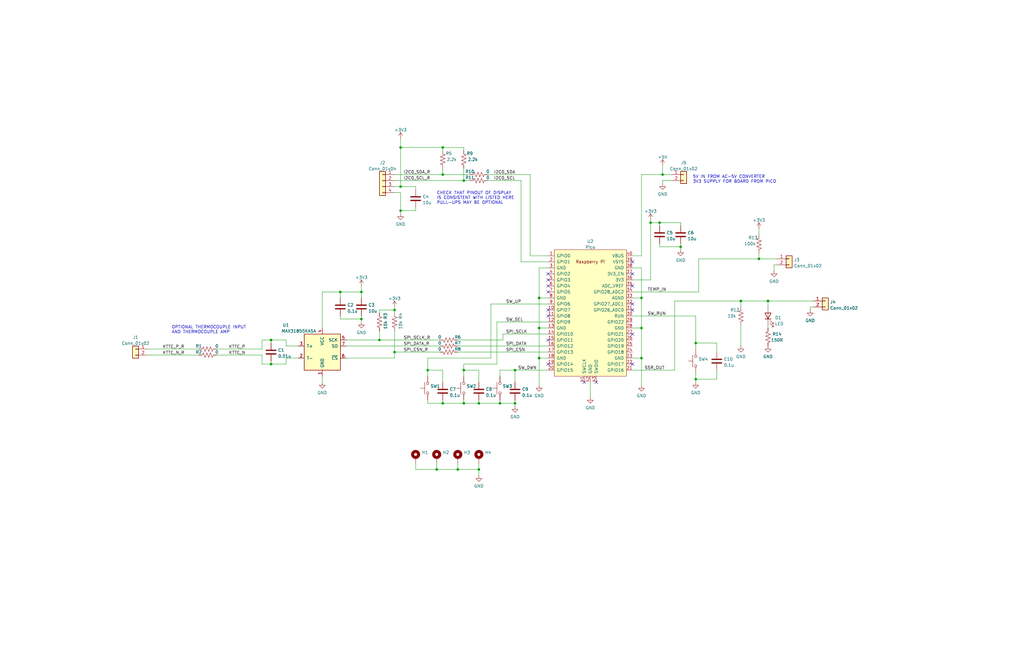
<source format=kicad_sch>
(kicad_sch (version 20211123) (generator eeschema)

  (uuid bd226048-4a62-4451-a91d-d113fd2cd3db)

  (paper "B")

  (title_block
    (title "HOTPLATE CONTROLLER")
    (rev "1")
    (company "HAPPY LITTLE PCBS")
  )

  (lib_symbols
    (symbol "Connector_Generic:Conn_01x02" (pin_names (offset 1.016) hide) (in_bom yes) (on_board yes)
      (property "Reference" "J" (id 0) (at 0 2.54 0)
        (effects (font (size 1.27 1.27)))
      )
      (property "Value" "Conn_01x02" (id 1) (at 0 -5.08 0)
        (effects (font (size 1.27 1.27)))
      )
      (property "Footprint" "" (id 2) (at 0 0 0)
        (effects (font (size 1.27 1.27)) hide)
      )
      (property "Datasheet" "~" (id 3) (at 0 0 0)
        (effects (font (size 1.27 1.27)) hide)
      )
      (property "ki_keywords" "connector" (id 4) (at 0 0 0)
        (effects (font (size 1.27 1.27)) hide)
      )
      (property "ki_description" "Generic connector, single row, 01x02, script generated (kicad-library-utils/schlib/autogen/connector/)" (id 5) (at 0 0 0)
        (effects (font (size 1.27 1.27)) hide)
      )
      (property "ki_fp_filters" "Connector*:*_1x??_*" (id 6) (at 0 0 0)
        (effects (font (size 1.27 1.27)) hide)
      )
      (symbol "Conn_01x02_1_1"
        (rectangle (start -1.27 -2.413) (end 0 -2.667)
          (stroke (width 0.1524) (type default) (color 0 0 0 0))
          (fill (type none))
        )
        (rectangle (start -1.27 0.127) (end 0 -0.127)
          (stroke (width 0.1524) (type default) (color 0 0 0 0))
          (fill (type none))
        )
        (rectangle (start -1.27 1.27) (end 1.27 -3.81)
          (stroke (width 0.254) (type default) (color 0 0 0 0))
          (fill (type background))
        )
        (pin passive line (at -5.08 0 0) (length 3.81)
          (name "Pin_1" (effects (font (size 1.27 1.27))))
          (number "1" (effects (font (size 1.27 1.27))))
        )
        (pin passive line (at -5.08 -2.54 0) (length 3.81)
          (name "Pin_2" (effects (font (size 1.27 1.27))))
          (number "2" (effects (font (size 1.27 1.27))))
        )
      )
    )
    (symbol "Connector_Generic:Conn_01x04" (pin_names (offset 1.016) hide) (in_bom yes) (on_board yes)
      (property "Reference" "J" (id 0) (at 0 5.08 0)
        (effects (font (size 1.27 1.27)))
      )
      (property "Value" "Conn_01x04" (id 1) (at 0 -7.62 0)
        (effects (font (size 1.27 1.27)))
      )
      (property "Footprint" "" (id 2) (at 0 0 0)
        (effects (font (size 1.27 1.27)) hide)
      )
      (property "Datasheet" "~" (id 3) (at 0 0 0)
        (effects (font (size 1.27 1.27)) hide)
      )
      (property "ki_keywords" "connector" (id 4) (at 0 0 0)
        (effects (font (size 1.27 1.27)) hide)
      )
      (property "ki_description" "Generic connector, single row, 01x04, script generated (kicad-library-utils/schlib/autogen/connector/)" (id 5) (at 0 0 0)
        (effects (font (size 1.27 1.27)) hide)
      )
      (property "ki_fp_filters" "Connector*:*_1x??_*" (id 6) (at 0 0 0)
        (effects (font (size 1.27 1.27)) hide)
      )
      (symbol "Conn_01x04_1_1"
        (rectangle (start -1.27 -4.953) (end 0 -5.207)
          (stroke (width 0.1524) (type default) (color 0 0 0 0))
          (fill (type none))
        )
        (rectangle (start -1.27 -2.413) (end 0 -2.667)
          (stroke (width 0.1524) (type default) (color 0 0 0 0))
          (fill (type none))
        )
        (rectangle (start -1.27 0.127) (end 0 -0.127)
          (stroke (width 0.1524) (type default) (color 0 0 0 0))
          (fill (type none))
        )
        (rectangle (start -1.27 2.667) (end 0 2.413)
          (stroke (width 0.1524) (type default) (color 0 0 0 0))
          (fill (type none))
        )
        (rectangle (start -1.27 3.81) (end 1.27 -6.35)
          (stroke (width 0.254) (type default) (color 0 0 0 0))
          (fill (type background))
        )
        (pin passive line (at -5.08 2.54 0) (length 3.81)
          (name "Pin_1" (effects (font (size 1.27 1.27))))
          (number "1" (effects (font (size 1.27 1.27))))
        )
        (pin passive line (at -5.08 0 0) (length 3.81)
          (name "Pin_2" (effects (font (size 1.27 1.27))))
          (number "2" (effects (font (size 1.27 1.27))))
        )
        (pin passive line (at -5.08 -2.54 0) (length 3.81)
          (name "Pin_3" (effects (font (size 1.27 1.27))))
          (number "3" (effects (font (size 1.27 1.27))))
        )
        (pin passive line (at -5.08 -5.08 0) (length 3.81)
          (name "Pin_4" (effects (font (size 1.27 1.27))))
          (number "4" (effects (font (size 1.27 1.27))))
        )
      )
    )
    (symbol "Device:C" (pin_numbers hide) (pin_names (offset 0.254)) (in_bom yes) (on_board yes)
      (property "Reference" "C" (id 0) (at 0.635 2.54 0)
        (effects (font (size 1.27 1.27)) (justify left))
      )
      (property "Value" "C" (id 1) (at 0.635 -2.54 0)
        (effects (font (size 1.27 1.27)) (justify left))
      )
      (property "Footprint" "" (id 2) (at 0.9652 -3.81 0)
        (effects (font (size 1.27 1.27)) hide)
      )
      (property "Datasheet" "~" (id 3) (at 0 0 0)
        (effects (font (size 1.27 1.27)) hide)
      )
      (property "ki_keywords" "cap capacitor" (id 4) (at 0 0 0)
        (effects (font (size 1.27 1.27)) hide)
      )
      (property "ki_description" "Unpolarized capacitor" (id 5) (at 0 0 0)
        (effects (font (size 1.27 1.27)) hide)
      )
      (property "ki_fp_filters" "C_*" (id 6) (at 0 0 0)
        (effects (font (size 1.27 1.27)) hide)
      )
      (symbol "C_0_1"
        (polyline
          (pts
            (xy -2.032 -0.762)
            (xy 2.032 -0.762)
          )
          (stroke (width 0.508) (type default) (color 0 0 0 0))
          (fill (type none))
        )
        (polyline
          (pts
            (xy -2.032 0.762)
            (xy 2.032 0.762)
          )
          (stroke (width 0.508) (type default) (color 0 0 0 0))
          (fill (type none))
        )
      )
      (symbol "C_1_1"
        (pin passive line (at 0 3.81 270) (length 2.794)
          (name "~" (effects (font (size 1.27 1.27))))
          (number "1" (effects (font (size 1.27 1.27))))
        )
        (pin passive line (at 0 -3.81 90) (length 2.794)
          (name "~" (effects (font (size 1.27 1.27))))
          (number "2" (effects (font (size 1.27 1.27))))
        )
      )
    )
    (symbol "Device:LED" (pin_numbers hide) (pin_names (offset 1.016) hide) (in_bom yes) (on_board yes)
      (property "Reference" "D" (id 0) (at 0 2.54 0)
        (effects (font (size 1.27 1.27)))
      )
      (property "Value" "LED" (id 1) (at 0 -2.54 0)
        (effects (font (size 1.27 1.27)))
      )
      (property "Footprint" "" (id 2) (at 0 0 0)
        (effects (font (size 1.27 1.27)) hide)
      )
      (property "Datasheet" "~" (id 3) (at 0 0 0)
        (effects (font (size 1.27 1.27)) hide)
      )
      (property "ki_keywords" "LED diode" (id 4) (at 0 0 0)
        (effects (font (size 1.27 1.27)) hide)
      )
      (property "ki_description" "Light emitting diode" (id 5) (at 0 0 0)
        (effects (font (size 1.27 1.27)) hide)
      )
      (property "ki_fp_filters" "LED* LED_SMD:* LED_THT:*" (id 6) (at 0 0 0)
        (effects (font (size 1.27 1.27)) hide)
      )
      (symbol "LED_0_1"
        (polyline
          (pts
            (xy -1.27 -1.27)
            (xy -1.27 1.27)
          )
          (stroke (width 0.254) (type default) (color 0 0 0 0))
          (fill (type none))
        )
        (polyline
          (pts
            (xy -1.27 0)
            (xy 1.27 0)
          )
          (stroke (width 0) (type default) (color 0 0 0 0))
          (fill (type none))
        )
        (polyline
          (pts
            (xy 1.27 -1.27)
            (xy 1.27 1.27)
            (xy -1.27 0)
            (xy 1.27 -1.27)
          )
          (stroke (width 0.254) (type default) (color 0 0 0 0))
          (fill (type none))
        )
        (polyline
          (pts
            (xy -3.048 -0.762)
            (xy -4.572 -2.286)
            (xy -3.81 -2.286)
            (xy -4.572 -2.286)
            (xy -4.572 -1.524)
          )
          (stroke (width 0) (type default) (color 0 0 0 0))
          (fill (type none))
        )
        (polyline
          (pts
            (xy -1.778 -0.762)
            (xy -3.302 -2.286)
            (xy -2.54 -2.286)
            (xy -3.302 -2.286)
            (xy -3.302 -1.524)
          )
          (stroke (width 0) (type default) (color 0 0 0 0))
          (fill (type none))
        )
      )
      (symbol "LED_1_1"
        (pin passive line (at -3.81 0 0) (length 2.54)
          (name "K" (effects (font (size 1.27 1.27))))
          (number "1" (effects (font (size 1.27 1.27))))
        )
        (pin passive line (at 3.81 0 180) (length 2.54)
          (name "A" (effects (font (size 1.27 1.27))))
          (number "2" (effects (font (size 1.27 1.27))))
        )
      )
    )
    (symbol "Device:R_US" (pin_numbers hide) (pin_names (offset 0)) (in_bom yes) (on_board yes)
      (property "Reference" "R" (id 0) (at 2.54 0 90)
        (effects (font (size 1.27 1.27)))
      )
      (property "Value" "R_US" (id 1) (at -2.54 0 90)
        (effects (font (size 1.27 1.27)))
      )
      (property "Footprint" "" (id 2) (at 1.016 -0.254 90)
        (effects (font (size 1.27 1.27)) hide)
      )
      (property "Datasheet" "~" (id 3) (at 0 0 0)
        (effects (font (size 1.27 1.27)) hide)
      )
      (property "ki_keywords" "R res resistor" (id 4) (at 0 0 0)
        (effects (font (size 1.27 1.27)) hide)
      )
      (property "ki_description" "Resistor, US symbol" (id 5) (at 0 0 0)
        (effects (font (size 1.27 1.27)) hide)
      )
      (property "ki_fp_filters" "R_*" (id 6) (at 0 0 0)
        (effects (font (size 1.27 1.27)) hide)
      )
      (symbol "R_US_0_1"
        (polyline
          (pts
            (xy 0 -2.286)
            (xy 0 -2.54)
          )
          (stroke (width 0) (type default) (color 0 0 0 0))
          (fill (type none))
        )
        (polyline
          (pts
            (xy 0 2.286)
            (xy 0 2.54)
          )
          (stroke (width 0) (type default) (color 0 0 0 0))
          (fill (type none))
        )
        (polyline
          (pts
            (xy 0 -0.762)
            (xy 1.016 -1.143)
            (xy 0 -1.524)
            (xy -1.016 -1.905)
            (xy 0 -2.286)
          )
          (stroke (width 0) (type default) (color 0 0 0 0))
          (fill (type none))
        )
        (polyline
          (pts
            (xy 0 0.762)
            (xy 1.016 0.381)
            (xy 0 0)
            (xy -1.016 -0.381)
            (xy 0 -0.762)
          )
          (stroke (width 0) (type default) (color 0 0 0 0))
          (fill (type none))
        )
        (polyline
          (pts
            (xy 0 2.286)
            (xy 1.016 1.905)
            (xy 0 1.524)
            (xy -1.016 1.143)
            (xy 0 0.762)
          )
          (stroke (width 0) (type default) (color 0 0 0 0))
          (fill (type none))
        )
      )
      (symbol "R_US_1_1"
        (pin passive line (at 0 3.81 270) (length 1.27)
          (name "~" (effects (font (size 1.27 1.27))))
          (number "1" (effects (font (size 1.27 1.27))))
        )
        (pin passive line (at 0 -3.81 90) (length 1.27)
          (name "~" (effects (font (size 1.27 1.27))))
          (number "2" (effects (font (size 1.27 1.27))))
        )
      )
    )
    (symbol "Mechanical:MountingHole_Pad" (pin_numbers hide) (pin_names (offset 1.016) hide) (in_bom yes) (on_board yes)
      (property "Reference" "H" (id 0) (at 0 6.35 0)
        (effects (font (size 1.27 1.27)))
      )
      (property "Value" "MountingHole_Pad" (id 1) (at 0 4.445 0)
        (effects (font (size 1.27 1.27)))
      )
      (property "Footprint" "" (id 2) (at 0 0 0)
        (effects (font (size 1.27 1.27)) hide)
      )
      (property "Datasheet" "~" (id 3) (at 0 0 0)
        (effects (font (size 1.27 1.27)) hide)
      )
      (property "ki_keywords" "mounting hole" (id 4) (at 0 0 0)
        (effects (font (size 1.27 1.27)) hide)
      )
      (property "ki_description" "Mounting Hole with connection" (id 5) (at 0 0 0)
        (effects (font (size 1.27 1.27)) hide)
      )
      (property "ki_fp_filters" "MountingHole*Pad*" (id 6) (at 0 0 0)
        (effects (font (size 1.27 1.27)) hide)
      )
      (symbol "MountingHole_Pad_0_1"
        (circle (center 0 1.27) (radius 1.27)
          (stroke (width 1.27) (type default) (color 0 0 0 0))
          (fill (type none))
        )
      )
      (symbol "MountingHole_Pad_1_1"
        (pin input line (at 0 -2.54 90) (length 2.54)
          (name "1" (effects (font (size 1.27 1.27))))
          (number "1" (effects (font (size 1.27 1.27))))
        )
      )
    )
    (symbol "RPI2040:Pico" (pin_names (offset 1.016)) (in_bom yes) (on_board yes)
      (property "Reference" "U" (id 0) (at -13.97 27.94 0)
        (effects (font (size 1.27 1.27)))
      )
      (property "Value" "Pico" (id 1) (at 0 19.05 0)
        (effects (font (size 1.27 1.27)))
      )
      (property "Footprint" "RPi_Pico:RPi_Pico_SMD_TH" (id 2) (at 0 0 90)
        (effects (font (size 1.27 1.27)) hide)
      )
      (property "Datasheet" "" (id 3) (at 0 0 0)
        (effects (font (size 1.27 1.27)) hide)
      )
      (symbol "Pico_0_0"
        (text "Raspberry Pi" (at 0 21.59 0)
          (effects (font (size 1.27 1.27)))
        )
      )
      (symbol "Pico_0_1"
        (rectangle (start -15.24 26.67) (end 15.24 -26.67)
          (stroke (width 0) (type default) (color 0 0 0 0))
          (fill (type background))
        )
      )
      (symbol "Pico_1_1"
        (pin bidirectional line (at -17.78 24.13 0) (length 2.54)
          (name "GPIO0" (effects (font (size 1.27 1.27))))
          (number "1" (effects (font (size 1.27 1.27))))
        )
        (pin bidirectional line (at -17.78 1.27 0) (length 2.54)
          (name "GPIO7" (effects (font (size 1.27 1.27))))
          (number "10" (effects (font (size 1.27 1.27))))
        )
        (pin bidirectional line (at -17.78 -1.27 0) (length 2.54)
          (name "GPIO8" (effects (font (size 1.27 1.27))))
          (number "11" (effects (font (size 1.27 1.27))))
        )
        (pin bidirectional line (at -17.78 -3.81 0) (length 2.54)
          (name "GPIO9" (effects (font (size 1.27 1.27))))
          (number "12" (effects (font (size 1.27 1.27))))
        )
        (pin power_in line (at -17.78 -6.35 0) (length 2.54)
          (name "GND" (effects (font (size 1.27 1.27))))
          (number "13" (effects (font (size 1.27 1.27))))
        )
        (pin bidirectional line (at -17.78 -8.89 0) (length 2.54)
          (name "GPIO10" (effects (font (size 1.27 1.27))))
          (number "14" (effects (font (size 1.27 1.27))))
        )
        (pin bidirectional line (at -17.78 -11.43 0) (length 2.54)
          (name "GPIO11" (effects (font (size 1.27 1.27))))
          (number "15" (effects (font (size 1.27 1.27))))
        )
        (pin bidirectional line (at -17.78 -13.97 0) (length 2.54)
          (name "GPIO12" (effects (font (size 1.27 1.27))))
          (number "16" (effects (font (size 1.27 1.27))))
        )
        (pin bidirectional line (at -17.78 -16.51 0) (length 2.54)
          (name "GPIO13" (effects (font (size 1.27 1.27))))
          (number "17" (effects (font (size 1.27 1.27))))
        )
        (pin power_in line (at -17.78 -19.05 0) (length 2.54)
          (name "GND" (effects (font (size 1.27 1.27))))
          (number "18" (effects (font (size 1.27 1.27))))
        )
        (pin bidirectional line (at -17.78 -21.59 0) (length 2.54)
          (name "GPIO14" (effects (font (size 1.27 1.27))))
          (number "19" (effects (font (size 1.27 1.27))))
        )
        (pin bidirectional line (at -17.78 21.59 0) (length 2.54)
          (name "GPIO1" (effects (font (size 1.27 1.27))))
          (number "2" (effects (font (size 1.27 1.27))))
        )
        (pin bidirectional line (at -17.78 -24.13 0) (length 2.54)
          (name "GPIO15" (effects (font (size 1.27 1.27))))
          (number "20" (effects (font (size 1.27 1.27))))
        )
        (pin bidirectional line (at 17.78 -24.13 180) (length 2.54)
          (name "GPIO16" (effects (font (size 1.27 1.27))))
          (number "21" (effects (font (size 1.27 1.27))))
        )
        (pin bidirectional line (at 17.78 -21.59 180) (length 2.54)
          (name "GPIO17" (effects (font (size 1.27 1.27))))
          (number "22" (effects (font (size 1.27 1.27))))
        )
        (pin power_in line (at 17.78 -19.05 180) (length 2.54)
          (name "GND" (effects (font (size 1.27 1.27))))
          (number "23" (effects (font (size 1.27 1.27))))
        )
        (pin bidirectional line (at 17.78 -16.51 180) (length 2.54)
          (name "GPIO18" (effects (font (size 1.27 1.27))))
          (number "24" (effects (font (size 1.27 1.27))))
        )
        (pin bidirectional line (at 17.78 -13.97 180) (length 2.54)
          (name "GPIO19" (effects (font (size 1.27 1.27))))
          (number "25" (effects (font (size 1.27 1.27))))
        )
        (pin bidirectional line (at 17.78 -11.43 180) (length 2.54)
          (name "GPIO20" (effects (font (size 1.27 1.27))))
          (number "26" (effects (font (size 1.27 1.27))))
        )
        (pin bidirectional line (at 17.78 -8.89 180) (length 2.54)
          (name "GPIO21" (effects (font (size 1.27 1.27))))
          (number "27" (effects (font (size 1.27 1.27))))
        )
        (pin power_in line (at 17.78 -6.35 180) (length 2.54)
          (name "GND" (effects (font (size 1.27 1.27))))
          (number "28" (effects (font (size 1.27 1.27))))
        )
        (pin bidirectional line (at 17.78 -3.81 180) (length 2.54)
          (name "GPIO22" (effects (font (size 1.27 1.27))))
          (number "29" (effects (font (size 1.27 1.27))))
        )
        (pin power_in line (at -17.78 19.05 0) (length 2.54)
          (name "GND" (effects (font (size 1.27 1.27))))
          (number "3" (effects (font (size 1.27 1.27))))
        )
        (pin input line (at 17.78 -1.27 180) (length 2.54)
          (name "RUN" (effects (font (size 1.27 1.27))))
          (number "30" (effects (font (size 1.27 1.27))))
        )
        (pin bidirectional line (at 17.78 1.27 180) (length 2.54)
          (name "GPIO26_ADC0" (effects (font (size 1.27 1.27))))
          (number "31" (effects (font (size 1.27 1.27))))
        )
        (pin bidirectional line (at 17.78 3.81 180) (length 2.54)
          (name "GPIO27_ADC1" (effects (font (size 1.27 1.27))))
          (number "32" (effects (font (size 1.27 1.27))))
        )
        (pin power_in line (at 17.78 6.35 180) (length 2.54)
          (name "AGND" (effects (font (size 1.27 1.27))))
          (number "33" (effects (font (size 1.27 1.27))))
        )
        (pin bidirectional line (at 17.78 8.89 180) (length 2.54)
          (name "GPIO28_ADC2" (effects (font (size 1.27 1.27))))
          (number "34" (effects (font (size 1.27 1.27))))
        )
        (pin unspecified line (at 17.78 11.43 180) (length 2.54)
          (name "ADC_VREF" (effects (font (size 1.27 1.27))))
          (number "35" (effects (font (size 1.27 1.27))))
        )
        (pin unspecified line (at 17.78 13.97 180) (length 2.54)
          (name "3V3" (effects (font (size 1.27 1.27))))
          (number "36" (effects (font (size 1.27 1.27))))
        )
        (pin input line (at 17.78 16.51 180) (length 2.54)
          (name "3V3_EN" (effects (font (size 1.27 1.27))))
          (number "37" (effects (font (size 1.27 1.27))))
        )
        (pin bidirectional line (at 17.78 19.05 180) (length 2.54)
          (name "GND" (effects (font (size 1.27 1.27))))
          (number "38" (effects (font (size 1.27 1.27))))
        )
        (pin unspecified line (at 17.78 21.59 180) (length 2.54)
          (name "VSYS" (effects (font (size 1.27 1.27))))
          (number "39" (effects (font (size 1.27 1.27))))
        )
        (pin bidirectional line (at -17.78 16.51 0) (length 2.54)
          (name "GPIO2" (effects (font (size 1.27 1.27))))
          (number "4" (effects (font (size 1.27 1.27))))
        )
        (pin unspecified line (at 17.78 24.13 180) (length 2.54)
          (name "VBUS" (effects (font (size 1.27 1.27))))
          (number "40" (effects (font (size 1.27 1.27))))
        )
        (pin input line (at -2.54 -29.21 90) (length 2.54)
          (name "SWCLK" (effects (font (size 1.27 1.27))))
          (number "41" (effects (font (size 1.27 1.27))))
        )
        (pin power_in line (at 0 -29.21 90) (length 2.54)
          (name "GND" (effects (font (size 1.27 1.27))))
          (number "42" (effects (font (size 1.27 1.27))))
        )
        (pin bidirectional line (at 2.54 -29.21 90) (length 2.54)
          (name "SWDIO" (effects (font (size 1.27 1.27))))
          (number "43" (effects (font (size 1.27 1.27))))
        )
        (pin bidirectional line (at -17.78 13.97 0) (length 2.54)
          (name "GPIO3" (effects (font (size 1.27 1.27))))
          (number "5" (effects (font (size 1.27 1.27))))
        )
        (pin bidirectional line (at -17.78 11.43 0) (length 2.54)
          (name "GPIO4" (effects (font (size 1.27 1.27))))
          (number "6" (effects (font (size 1.27 1.27))))
        )
        (pin bidirectional line (at -17.78 8.89 0) (length 2.54)
          (name "GPIO5" (effects (font (size 1.27 1.27))))
          (number "7" (effects (font (size 1.27 1.27))))
        )
        (pin power_in line (at -17.78 6.35 0) (length 2.54)
          (name "GND" (effects (font (size 1.27 1.27))))
          (number "8" (effects (font (size 1.27 1.27))))
        )
        (pin bidirectional line (at -17.78 3.81 0) (length 2.54)
          (name "GPIO6" (effects (font (size 1.27 1.27))))
          (number "9" (effects (font (size 1.27 1.27))))
        )
      )
    )
    (symbol "Sensor_Temperature:MAX31855KASA" (pin_names (offset 1.016)) (in_bom yes) (on_board yes)
      (property "Reference" "U" (id 0) (at -7.62 8.89 0)
        (effects (font (size 1.27 1.27)) (justify left))
      )
      (property "Value" "MAX31855KASA" (id 1) (at 1.27 8.89 0)
        (effects (font (size 1.27 1.27)) (justify left))
      )
      (property "Footprint" "Package_SO:SOIC-8_3.9x4.9mm_P1.27mm" (id 2) (at 25.4 -8.89 0)
        (effects (font (size 1.27 1.27) italic) hide)
      )
      (property "Datasheet" "http://datasheets.maximintegrated.com/en/ds/MAX31855.pdf" (id 3) (at 0 0 0)
        (effects (font (size 1.27 1.27)) hide)
      )
      (property "ki_keywords" "Cold Junction Termocouple Interface SPI" (id 4) (at 0 0 0)
        (effects (font (size 1.27 1.27)) hide)
      )
      (property "ki_description" "Cold Junction K-type Termocouple Interface, SPI, SO8" (id 5) (at 0 0 0)
        (effects (font (size 1.27 1.27)) hide)
      )
      (property "ki_fp_filters" "SOIC*3.9x4.9mm*P1.27mm*" (id 6) (at 0 0 0)
        (effects (font (size 1.27 1.27)) hide)
      )
      (symbol "MAX31855KASA_0_1"
        (rectangle (start -7.62 7.62) (end 7.62 -7.62)
          (stroke (width 0.254) (type default) (color 0 0 0 0))
          (fill (type background))
        )
      )
      (symbol "MAX31855KASA_1_1"
        (pin power_in line (at 0 -10.16 90) (length 2.54)
          (name "GND" (effects (font (size 1.27 1.27))))
          (number "1" (effects (font (size 1.27 1.27))))
        )
        (pin passive line (at -10.16 -2.54 0) (length 2.54)
          (name "T-" (effects (font (size 1.27 1.27))))
          (number "2" (effects (font (size 1.27 1.27))))
        )
        (pin passive line (at -10.16 2.54 0) (length 2.54)
          (name "T+" (effects (font (size 1.27 1.27))))
          (number "3" (effects (font (size 1.27 1.27))))
        )
        (pin power_in line (at 0 10.16 270) (length 2.54)
          (name "VCC" (effects (font (size 1.27 1.27))))
          (number "4" (effects (font (size 1.27 1.27))))
        )
        (pin input line (at 10.16 5.08 180) (length 2.54)
          (name "SCK" (effects (font (size 1.27 1.27))))
          (number "5" (effects (font (size 1.27 1.27))))
        )
        (pin input line (at 10.16 -2.54 180) (length 2.54)
          (name "~{CS}" (effects (font (size 1.27 1.27))))
          (number "6" (effects (font (size 1.27 1.27))))
        )
        (pin tri_state line (at 10.16 2.54 180) (length 2.54)
          (name "SO" (effects (font (size 1.27 1.27))))
          (number "7" (effects (font (size 1.27 1.27))))
        )
      )
    )
    (symbol "Switch:SW_Push" (pin_numbers hide) (pin_names (offset 1.016) hide) (in_bom yes) (on_board yes)
      (property "Reference" "SW" (id 0) (at 1.27 2.54 0)
        (effects (font (size 1.27 1.27)) (justify left))
      )
      (property "Value" "SW_Push" (id 1) (at 0 -1.524 0)
        (effects (font (size 1.27 1.27)))
      )
      (property "Footprint" "" (id 2) (at 0 5.08 0)
        (effects (font (size 1.27 1.27)) hide)
      )
      (property "Datasheet" "~" (id 3) (at 0 5.08 0)
        (effects (font (size 1.27 1.27)) hide)
      )
      (property "ki_keywords" "switch normally-open pushbutton push-button" (id 4) (at 0 0 0)
        (effects (font (size 1.27 1.27)) hide)
      )
      (property "ki_description" "Push button switch, generic, two pins" (id 5) (at 0 0 0)
        (effects (font (size 1.27 1.27)) hide)
      )
      (symbol "SW_Push_0_1"
        (circle (center -2.032 0) (radius 0.508)
          (stroke (width 0) (type default) (color 0 0 0 0))
          (fill (type none))
        )
        (polyline
          (pts
            (xy 0 1.27)
            (xy 0 3.048)
          )
          (stroke (width 0) (type default) (color 0 0 0 0))
          (fill (type none))
        )
        (polyline
          (pts
            (xy 2.54 1.27)
            (xy -2.54 1.27)
          )
          (stroke (width 0) (type default) (color 0 0 0 0))
          (fill (type none))
        )
        (circle (center 2.032 0) (radius 0.508)
          (stroke (width 0) (type default) (color 0 0 0 0))
          (fill (type none))
        )
        (pin passive line (at -5.08 0 0) (length 2.54)
          (name "1" (effects (font (size 1.27 1.27))))
          (number "1" (effects (font (size 1.27 1.27))))
        )
        (pin passive line (at 5.08 0 180) (length 2.54)
          (name "2" (effects (font (size 1.27 1.27))))
          (number "2" (effects (font (size 1.27 1.27))))
        )
      )
    )
    (symbol "power:+3.3V" (power) (pin_names (offset 0)) (in_bom yes) (on_board yes)
      (property "Reference" "#PWR" (id 0) (at 0 -3.81 0)
        (effects (font (size 1.27 1.27)) hide)
      )
      (property "Value" "+3.3V" (id 1) (at 0 3.556 0)
        (effects (font (size 1.27 1.27)))
      )
      (property "Footprint" "" (id 2) (at 0 0 0)
        (effects (font (size 1.27 1.27)) hide)
      )
      (property "Datasheet" "" (id 3) (at 0 0 0)
        (effects (font (size 1.27 1.27)) hide)
      )
      (property "ki_keywords" "power-flag" (id 4) (at 0 0 0)
        (effects (font (size 1.27 1.27)) hide)
      )
      (property "ki_description" "Power symbol creates a global label with name \"+3.3V\"" (id 5) (at 0 0 0)
        (effects (font (size 1.27 1.27)) hide)
      )
      (symbol "+3.3V_0_1"
        (polyline
          (pts
            (xy -0.762 1.27)
            (xy 0 2.54)
          )
          (stroke (width 0) (type default) (color 0 0 0 0))
          (fill (type none))
        )
        (polyline
          (pts
            (xy 0 0)
            (xy 0 2.54)
          )
          (stroke (width 0) (type default) (color 0 0 0 0))
          (fill (type none))
        )
        (polyline
          (pts
            (xy 0 2.54)
            (xy 0.762 1.27)
          )
          (stroke (width 0) (type default) (color 0 0 0 0))
          (fill (type none))
        )
      )
      (symbol "+3.3V_1_1"
        (pin power_in line (at 0 0 90) (length 0) hide
          (name "+3V3" (effects (font (size 1.27 1.27))))
          (number "1" (effects (font (size 1.27 1.27))))
        )
      )
    )
    (symbol "power:+5V" (power) (pin_names (offset 0)) (in_bom yes) (on_board yes)
      (property "Reference" "#PWR" (id 0) (at 0 -3.81 0)
        (effects (font (size 1.27 1.27)) hide)
      )
      (property "Value" "+5V" (id 1) (at 0 3.556 0)
        (effects (font (size 1.27 1.27)))
      )
      (property "Footprint" "" (id 2) (at 0 0 0)
        (effects (font (size 1.27 1.27)) hide)
      )
      (property "Datasheet" "" (id 3) (at 0 0 0)
        (effects (font (size 1.27 1.27)) hide)
      )
      (property "ki_keywords" "power-flag" (id 4) (at 0 0 0)
        (effects (font (size 1.27 1.27)) hide)
      )
      (property "ki_description" "Power symbol creates a global label with name \"+5V\"" (id 5) (at 0 0 0)
        (effects (font (size 1.27 1.27)) hide)
      )
      (symbol "+5V_0_1"
        (polyline
          (pts
            (xy -0.762 1.27)
            (xy 0 2.54)
          )
          (stroke (width 0) (type default) (color 0 0 0 0))
          (fill (type none))
        )
        (polyline
          (pts
            (xy 0 0)
            (xy 0 2.54)
          )
          (stroke (width 0) (type default) (color 0 0 0 0))
          (fill (type none))
        )
        (polyline
          (pts
            (xy 0 2.54)
            (xy 0.762 1.27)
          )
          (stroke (width 0) (type default) (color 0 0 0 0))
          (fill (type none))
        )
      )
      (symbol "+5V_1_1"
        (pin power_in line (at 0 0 90) (length 0) hide
          (name "+5V" (effects (font (size 1.27 1.27))))
          (number "1" (effects (font (size 1.27 1.27))))
        )
      )
    )
    (symbol "power:GND" (power) (pin_names (offset 0)) (in_bom yes) (on_board yes)
      (property "Reference" "#PWR" (id 0) (at 0 -6.35 0)
        (effects (font (size 1.27 1.27)) hide)
      )
      (property "Value" "GND" (id 1) (at 0 -3.81 0)
        (effects (font (size 1.27 1.27)))
      )
      (property "Footprint" "" (id 2) (at 0 0 0)
        (effects (font (size 1.27 1.27)) hide)
      )
      (property "Datasheet" "" (id 3) (at 0 0 0)
        (effects (font (size 1.27 1.27)) hide)
      )
      (property "ki_keywords" "power-flag" (id 4) (at 0 0 0)
        (effects (font (size 1.27 1.27)) hide)
      )
      (property "ki_description" "Power symbol creates a global label with name \"GND\" , ground" (id 5) (at 0 0 0)
        (effects (font (size 1.27 1.27)) hide)
      )
      (symbol "GND_0_1"
        (polyline
          (pts
            (xy 0 0)
            (xy 0 -1.27)
            (xy 1.27 -1.27)
            (xy 0 -2.54)
            (xy -1.27 -1.27)
            (xy 0 -1.27)
          )
          (stroke (width 0) (type default) (color 0 0 0 0))
          (fill (type none))
        )
      )
      (symbol "GND_1_1"
        (pin power_in line (at 0 0 270) (length 0) hide
          (name "GND" (effects (font (size 1.27 1.27))))
          (number "1" (effects (font (size 1.27 1.27))))
        )
      )
    )
  )


  (junction (at 152.4 123.19) (diameter 0) (color 0 0 0 0)
    (uuid 0093ade4-5a96-4359-8619-6445ef4dbf79)
  )
  (junction (at 227.33 125.73) (diameter 0) (color 0 0 0 0)
    (uuid 036c640a-0016-4335-807d-0f338b057d19)
  )
  (junction (at 210.82 170.18) (diameter 0) (color 0 0 0 0)
    (uuid 06f61d00-0942-44ad-9e1b-4f2c818d801c)
  )
  (junction (at 152.4 134.62) (diameter 0) (color 0 0 0 0)
    (uuid 0b8adf84-31a6-4eba-baab-92a99fd1008a)
  )
  (junction (at 270.51 125.73) (diameter 0) (color 0 0 0 0)
    (uuid 11fd8e1e-f054-49f9-a1aa-b876fbefeda0)
  )
  (junction (at 184.15 198.12) (diameter 0) (color 0 0 0 0)
    (uuid 19965ca7-a40b-4fee-856f-a1cf439ae5f9)
  )
  (junction (at 217.17 170.18) (diameter 0) (color 0 0 0 0)
    (uuid 1b1b24a7-9113-45e5-a989-09dfca5ad5ec)
  )
  (junction (at 166.37 148.59) (diameter 0) (color 0 0 0 0)
    (uuid 1ff7d6d5-ae65-4c60-9f33-9afc0a0a05e4)
  )
  (junction (at 201.93 198.12) (diameter 0) (color 0 0 0 0)
    (uuid 2936cf98-6808-4768-87f9-98a2b49686fc)
  )
  (junction (at 160.02 143.51) (diameter 0) (color 0 0 0 0)
    (uuid 2b8697cb-5895-450b-9dcd-6851b2b87b50)
  )
  (junction (at 312.42 127) (diameter 0) (color 0 0 0 0)
    (uuid 305b86ef-f44c-4591-8543-2d6437cea027)
  )
  (junction (at 278.13 93.98) (diameter 0) (color 0 0 0 0)
    (uuid 3473131e-b1a5-4e4d-82a4-7dc62095555a)
  )
  (junction (at 195.58 170.18) (diameter 0) (color 0 0 0 0)
    (uuid 3a2311ce-2f2b-42f0-a872-4c18617abeac)
  )
  (junction (at 270.51 151.13) (diameter 0) (color 0 0 0 0)
    (uuid 42211491-86cf-45ba-8fab-087fd8334576)
  )
  (junction (at 180.34 156.21) (diameter 0) (color 0 0 0 0)
    (uuid 4343664d-c038-4ce6-b2e0-caaf6e473b55)
  )
  (junction (at 186.69 62.23) (diameter 0) (color 0 0 0 0)
    (uuid 4e5de11b-8e04-44cf-9086-3396bb3f0401)
  )
  (junction (at 168.91 78.74) (diameter 0) (color 0 0 0 0)
    (uuid 507c9639-f484-4e1d-925d-06de8a003765)
  )
  (junction (at 320.04 109.22) (diameter 0) (color 0 0 0 0)
    (uuid 556530ef-22ce-4dfa-a4c7-1c1d72d97065)
  )
  (junction (at 166.37 130.81) (diameter 0) (color 0 0 0 0)
    (uuid 5782cf9b-a0a1-4a5d-a354-d2b1a0a4dcb2)
  )
  (junction (at 274.32 93.98) (diameter 0) (color 0 0 0 0)
    (uuid 6729af9b-9c6a-45ed-93d5-19b24111f971)
  )
  (junction (at 168.91 62.23) (diameter 0) (color 0 0 0 0)
    (uuid 7cb5971f-1999-4167-b47b-7a53d6ebbdf5)
  )
  (junction (at 186.69 170.18) (diameter 0) (color 0 0 0 0)
    (uuid 85536e93-3416-4748-8e72-c0eb8a97d328)
  )
  (junction (at 287.02 104.14) (diameter 0) (color 0 0 0 0)
    (uuid 9c1872ff-4d46-4564-a9c8-bda923c35107)
  )
  (junction (at 293.37 144.78) (diameter 0) (color 0 0 0 0)
    (uuid 9d3781b4-701e-4c8b-a702-2e2a1d92b6f2)
  )
  (junction (at 323.85 127) (diameter 0) (color 0 0 0 0)
    (uuid a385f138-cf14-46c8-aeb0-3f63e164f091)
  )
  (junction (at 270.51 138.43) (diameter 0) (color 0 0 0 0)
    (uuid a5ce53d5-0fdc-4cd6-8e42-4dd7473c7f91)
  )
  (junction (at 195.58 76.2) (diameter 0) (color 0 0 0 0)
    (uuid a8b32f15-210e-416c-8e33-95fa1fae1a52)
  )
  (junction (at 114.3 143.51) (diameter 0) (color 0 0 0 0)
    (uuid ab99cc2a-c019-4038-8a4a-40c3ad5527d9)
  )
  (junction (at 217.17 156.21) (diameter 0) (color 0 0 0 0)
    (uuid acc4fbfb-aeb5-4911-bb72-cbdf0a8a2a07)
  )
  (junction (at 227.33 151.13) (diameter 0) (color 0 0 0 0)
    (uuid bb5f18ab-0fe9-43fc-82a1-eaf602530719)
  )
  (junction (at 143.51 123.19) (diameter 0) (color 0 0 0 0)
    (uuid be06d8b5-43e4-4171-a80d-904f3ca23ed7)
  )
  (junction (at 114.3 153.67) (diameter 0) (color 0 0 0 0)
    (uuid c0ba08a3-c212-40e9-ace7-502c058ca198)
  )
  (junction (at 193.04 198.12) (diameter 0) (color 0 0 0 0)
    (uuid cca28ada-e762-4139-9896-a761fe717247)
  )
  (junction (at 293.37 160.02) (diameter 0) (color 0 0 0 0)
    (uuid d28a5a98-78f6-48dd-9a6c-36c5458498f0)
  )
  (junction (at 201.93 170.18) (diameter 0) (color 0 0 0 0)
    (uuid de3a80f5-d81d-42e6-af98-19db0f34078a)
  )
  (junction (at 279.4 73.66) (diameter 0) (color 0 0 0 0)
    (uuid e647b4d9-5d55-4ce2-a697-9afbf6bd3e4d)
  )
  (junction (at 186.69 73.66) (diameter 0) (color 0 0 0 0)
    (uuid e651a446-499a-4bac-9b00-2253dfd54df0)
  )
  (junction (at 195.58 156.21) (diameter 0) (color 0 0 0 0)
    (uuid efe03491-383b-4459-b943-4329305de02e)
  )
  (junction (at 227.33 138.43) (diameter 0) (color 0 0 0 0)
    (uuid f2e6b3d0-2439-4c86-aef6-d85c49b7fd03)
  )
  (junction (at 168.91 88.9) (diameter 0) (color 0 0 0 0)
    (uuid fee45304-3a09-41f9-8e53-92a36643a10c)
  )

  (no_connect (at 231.14 143.51) (uuid 860833cd-c4f4-4093-a58d-360a25d7bc99))
  (no_connect (at 231.14 153.67) (uuid 860833cd-c4f4-4093-a58d-360a25d7bc9a))
  (no_connect (at 266.7 140.97) (uuid 860833cd-c4f4-4093-a58d-360a25d7bc9b))
  (no_connect (at 266.7 153.67) (uuid 860833cd-c4f4-4093-a58d-360a25d7bc9c))
  (no_connect (at 251.46 161.29) (uuid 860833cd-c4f4-4093-a58d-360a25d7bc9d))
  (no_connect (at 246.38 161.29) (uuid 860833cd-c4f4-4093-a58d-360a25d7bc9e))
  (no_connect (at 266.7 128.27) (uuid 860833cd-c4f4-4093-a58d-360a25d7bc9f))
  (no_connect (at 266.7 130.81) (uuid 860833cd-c4f4-4093-a58d-360a25d7bca0))
  (no_connect (at 231.14 115.57) (uuid 860833cd-c4f4-4093-a58d-360a25d7bca1))
  (no_connect (at 231.14 133.35) (uuid 860833cd-c4f4-4093-a58d-360a25d7bca2))
  (no_connect (at 231.14 130.81) (uuid 860833cd-c4f4-4093-a58d-360a25d7bca3))
  (no_connect (at 266.7 115.57) (uuid 860833cd-c4f4-4093-a58d-360a25d7bca4))
  (no_connect (at 266.7 110.49) (uuid 860833cd-c4f4-4093-a58d-360a25d7bca5))
  (no_connect (at 266.7 120.65) (uuid 860833cd-c4f4-4093-a58d-360a25d7bca6))
  (no_connect (at 231.14 118.11) (uuid 860833cd-c4f4-4093-a58d-360a25d7bca7))
  (no_connect (at 231.14 120.65) (uuid 860833cd-c4f4-4093-a58d-360a25d7bca8))
  (no_connect (at 231.14 123.19) (uuid 860833cd-c4f4-4093-a58d-360a25d7bca9))

  (wire (pts (xy 168.91 81.28) (xy 168.91 88.9))
    (stroke (width 0) (type default) (color 0 0 0 0))
    (uuid 0102a562-2a6c-4b12-b130-a7a336fe3b12)
  )
  (wire (pts (xy 168.91 88.9) (xy 175.26 88.9))
    (stroke (width 0) (type default) (color 0 0 0 0))
    (uuid 018e0d0e-bf44-4ccc-8df4-28e40477e093)
  )
  (wire (pts (xy 193.04 198.12) (xy 201.93 198.12))
    (stroke (width 0) (type default) (color 0 0 0 0))
    (uuid 05b0ceb4-2ba2-4ed6-9fba-81082df7ea70)
  )
  (wire (pts (xy 227.33 125.73) (xy 231.14 125.73))
    (stroke (width 0) (type default) (color 0 0 0 0))
    (uuid 0a5bda41-1b22-467c-859f-782c270b6948)
  )
  (wire (pts (xy 270.51 125.73) (xy 270.51 138.43))
    (stroke (width 0) (type default) (color 0 0 0 0))
    (uuid 0bee09ed-a32f-45e9-b737-c2165cf8ed13)
  )
  (wire (pts (xy 320.04 109.22) (xy 327.66 109.22))
    (stroke (width 0) (type default) (color 0 0 0 0))
    (uuid 0c4a50d8-9113-4fcd-b9a6-10ce6a3b5d3a)
  )
  (wire (pts (xy 186.69 71.12) (xy 186.69 73.66))
    (stroke (width 0) (type default) (color 0 0 0 0))
    (uuid 0d9506f4-2160-4c34-b46c-6b6180f55e11)
  )
  (wire (pts (xy 91.44 147.32) (xy 110.49 147.32))
    (stroke (width 0) (type default) (color 0 0 0 0))
    (uuid 0fe2c75f-14c3-495f-9c3f-cd4463a6490a)
  )
  (wire (pts (xy 326.39 111.76) (xy 327.66 111.76))
    (stroke (width 0) (type default) (color 0 0 0 0))
    (uuid 13632b77-fd63-4c41-baa2-b2313d404660)
  )
  (wire (pts (xy 114.3 143.51) (xy 120.65 143.51))
    (stroke (width 0) (type default) (color 0 0 0 0))
    (uuid 1495cba9-257d-48bb-9833-ab47b9adda07)
  )
  (wire (pts (xy 135.89 138.43) (xy 135.89 123.19))
    (stroke (width 0) (type default) (color 0 0 0 0))
    (uuid 15598a2d-18ba-4041-8ca1-39df017b6ce4)
  )
  (wire (pts (xy 302.26 160.02) (xy 302.26 156.21))
    (stroke (width 0) (type default) (color 0 0 0 0))
    (uuid 15ad9b9b-e99b-4bf1-97b4-593333c7a70d)
  )
  (wire (pts (xy 120.65 143.51) (xy 120.65 146.05))
    (stroke (width 0) (type default) (color 0 0 0 0))
    (uuid 174c6619-7b4e-4382-a3e0-1be55a8d1f7d)
  )
  (wire (pts (xy 320.04 109.22) (xy 294.64 109.22))
    (stroke (width 0) (type default) (color 0 0 0 0))
    (uuid 1926a9d0-2201-45f8-a27c-280ba20767c6)
  )
  (wire (pts (xy 293.37 157.48) (xy 293.37 160.02))
    (stroke (width 0) (type default) (color 0 0 0 0))
    (uuid 1c493e8a-663f-4931-86fc-b300d710b2f5)
  )
  (wire (pts (xy 195.58 156.21) (xy 195.58 158.75))
    (stroke (width 0) (type default) (color 0 0 0 0))
    (uuid 1d39f611-3773-4a03-afcf-c584462307fc)
  )
  (wire (pts (xy 195.58 71.12) (xy 195.58 76.2))
    (stroke (width 0) (type default) (color 0 0 0 0))
    (uuid 1d8b5614-e2c6-4ff3-9879-cd62e83c883a)
  )
  (wire (pts (xy 341.63 130.81) (xy 341.63 129.54))
    (stroke (width 0) (type default) (color 0 0 0 0))
    (uuid 1deb2f83-79a4-4679-8520-09c08ff72948)
  )
  (wire (pts (xy 114.3 152.4) (xy 114.3 153.67))
    (stroke (width 0) (type default) (color 0 0 0 0))
    (uuid 1f9c42ec-4c98-489a-a3de-813217892fd8)
  )
  (wire (pts (xy 186.69 73.66) (xy 198.12 73.66))
    (stroke (width 0) (type default) (color 0 0 0 0))
    (uuid 204d3c04-1377-4f3d-9764-cadedc2f9da8)
  )
  (wire (pts (xy 284.48 127) (xy 284.48 156.21))
    (stroke (width 0) (type default) (color 0 0 0 0))
    (uuid 219aacbd-a326-40dc-9ed0-503c64fa6137)
  )
  (wire (pts (xy 231.14 138.43) (xy 227.33 138.43))
    (stroke (width 0) (type default) (color 0 0 0 0))
    (uuid 2231dd5a-1577-4efd-938c-915d94230101)
  )
  (wire (pts (xy 175.26 88.9) (xy 175.26 87.63))
    (stroke (width 0) (type default) (color 0 0 0 0))
    (uuid 22ee9b98-c8fd-4977-93fa-e71f6bfb496b)
  )
  (wire (pts (xy 210.82 156.21) (xy 217.17 156.21))
    (stroke (width 0) (type default) (color 0 0 0 0))
    (uuid 2574b1b9-f93c-4c9e-b1e5-0030ada0c19a)
  )
  (wire (pts (xy 120.65 146.05) (xy 125.73 146.05))
    (stroke (width 0) (type default) (color 0 0 0 0))
    (uuid 2593f165-dba2-4482-9933-ca12fd39fc9f)
  )
  (wire (pts (xy 293.37 160.02) (xy 293.37 161.29))
    (stroke (width 0) (type default) (color 0 0 0 0))
    (uuid 285699e7-1cec-490e-bba3-8dae3241c8fb)
  )
  (wire (pts (xy 227.33 151.13) (xy 231.14 151.13))
    (stroke (width 0) (type default) (color 0 0 0 0))
    (uuid 29e31b91-4e76-4c2d-a50f-701801277c85)
  )
  (wire (pts (xy 135.89 158.75) (xy 135.89 161.29))
    (stroke (width 0) (type default) (color 0 0 0 0))
    (uuid 2a258fd3-bca5-47c1-a912-a4f6a28873bc)
  )
  (wire (pts (xy 120.65 153.67) (xy 120.65 151.13))
    (stroke (width 0) (type default) (color 0 0 0 0))
    (uuid 2ad4c638-66d8-4179-9adc-335a6909663e)
  )
  (wire (pts (xy 293.37 133.35) (xy 293.37 144.78))
    (stroke (width 0) (type default) (color 0 0 0 0))
    (uuid 2ae2ade7-ae27-480d-b5e4-333d20978f24)
  )
  (wire (pts (xy 152.4 133.35) (xy 152.4 134.62))
    (stroke (width 0) (type default) (color 0 0 0 0))
    (uuid 2cfefb31-c9e6-4bec-867b-82f519340c38)
  )
  (wire (pts (xy 217.17 156.21) (xy 217.17 161.29))
    (stroke (width 0) (type default) (color 0 0 0 0))
    (uuid 325bbb16-8a62-4144-8ae5-723452499438)
  )
  (wire (pts (xy 201.93 168.91) (xy 201.93 170.18))
    (stroke (width 0) (type default) (color 0 0 0 0))
    (uuid 32778439-5177-4332-8bad-5e118710fe03)
  )
  (wire (pts (xy 168.91 88.9) (xy 168.91 90.17))
    (stroke (width 0) (type default) (color 0 0 0 0))
    (uuid 333990e8-b754-42dc-9d34-64e6e669deeb)
  )
  (wire (pts (xy 212.09 140.97) (xy 231.14 140.97))
    (stroke (width 0) (type default) (color 0 0 0 0))
    (uuid 3783973a-8c4c-4bed-ab43-8961e7e62a42)
  )
  (wire (pts (xy 274.32 93.98) (xy 278.13 93.98))
    (stroke (width 0) (type default) (color 0 0 0 0))
    (uuid 3923cdc5-b64f-4933-8e97-e1bb3510c8ee)
  )
  (wire (pts (xy 166.37 130.81) (xy 166.37 132.08))
    (stroke (width 0) (type default) (color 0 0 0 0))
    (uuid 393e3c22-86a6-4981-ba4b-886c493687fa)
  )
  (wire (pts (xy 293.37 144.78) (xy 302.26 144.78))
    (stroke (width 0) (type default) (color 0 0 0 0))
    (uuid 3bedecf2-6582-401b-ad38-a7e8e8dcee11)
  )
  (wire (pts (xy 266.7 125.73) (xy 270.51 125.73))
    (stroke (width 0) (type default) (color 0 0 0 0))
    (uuid 3c4fc302-d42c-4847-8248-e834a6b93171)
  )
  (wire (pts (xy 195.58 153.67) (xy 209.55 153.67))
    (stroke (width 0) (type default) (color 0 0 0 0))
    (uuid 3d9c6f3a-51c7-471a-8ccb-62c8c6ee420e)
  )
  (wire (pts (xy 195.58 168.91) (xy 195.58 170.18))
    (stroke (width 0) (type default) (color 0 0 0 0))
    (uuid 3ed08586-6049-4e24-88d1-b501d25ae37f)
  )
  (wire (pts (xy 266.7 107.95) (xy 270.51 107.95))
    (stroke (width 0) (type default) (color 0 0 0 0))
    (uuid 43e6b985-3eaa-43a5-900c-a5d339f5540a)
  )
  (wire (pts (xy 287.02 93.98) (xy 287.02 95.25))
    (stroke (width 0) (type default) (color 0 0 0 0))
    (uuid 4a38fea6-8705-4c40-9209-2f9d1620b789)
  )
  (wire (pts (xy 193.04 148.59) (xy 231.14 148.59))
    (stroke (width 0) (type default) (color 0 0 0 0))
    (uuid 4b57c9c2-17df-4bf5-98f8-3eb200949cc4)
  )
  (wire (pts (xy 231.14 113.03) (xy 227.33 113.03))
    (stroke (width 0) (type default) (color 0 0 0 0))
    (uuid 4d355dbe-ec73-4a22-858d-6c89c7683f05)
  )
  (wire (pts (xy 143.51 133.35) (xy 143.51 134.62))
    (stroke (width 0) (type default) (color 0 0 0 0))
    (uuid 4f910712-2c52-4c1b-bafb-064b71f52d8a)
  )
  (wire (pts (xy 160.02 130.81) (xy 160.02 132.08))
    (stroke (width 0) (type default) (color 0 0 0 0))
    (uuid 5038f40f-d6c6-480a-be90-ffff43fa3ea3)
  )
  (wire (pts (xy 152.4 120.65) (xy 152.4 123.19))
    (stroke (width 0) (type default) (color 0 0 0 0))
    (uuid 5043d1fe-ba4e-4087-a854-c597a6930782)
  )
  (wire (pts (xy 227.33 138.43) (xy 227.33 151.13))
    (stroke (width 0) (type default) (color 0 0 0 0))
    (uuid 516edef2-b8af-4a41-8f99-eecea7b0b7a9)
  )
  (wire (pts (xy 180.34 156.21) (xy 186.69 156.21))
    (stroke (width 0) (type default) (color 0 0 0 0))
    (uuid 51e56bfd-4921-49c8-bbf0-2fdbd5f12d90)
  )
  (wire (pts (xy 210.82 170.18) (xy 217.17 170.18))
    (stroke (width 0) (type default) (color 0 0 0 0))
    (uuid 563cf9b7-cd78-4ec8-a24a-d1a6d1eb7100)
  )
  (wire (pts (xy 186.69 170.18) (xy 195.58 170.18))
    (stroke (width 0) (type default) (color 0 0 0 0))
    (uuid 5677e521-5534-4261-9c67-9c5fac861cc0)
  )
  (wire (pts (xy 114.3 153.67) (xy 120.65 153.67))
    (stroke (width 0) (type default) (color 0 0 0 0))
    (uuid 58ef0b10-fb5f-49f0-8857-cb2faef3eb50)
  )
  (wire (pts (xy 270.51 151.13) (xy 270.51 162.56))
    (stroke (width 0) (type default) (color 0 0 0 0))
    (uuid 59740e80-83c8-4f99-8bdd-d96ac054da63)
  )
  (wire (pts (xy 166.37 76.2) (xy 195.58 76.2))
    (stroke (width 0) (type default) (color 0 0 0 0))
    (uuid 5976ad24-6b16-41f5-8103-ac93c1e76b7d)
  )
  (wire (pts (xy 323.85 137.16) (xy 323.85 138.43))
    (stroke (width 0) (type default) (color 0 0 0 0))
    (uuid 5b05dd01-d9dd-4a27-b665-e25c60748ffd)
  )
  (wire (pts (xy 270.51 113.03) (xy 270.51 125.73))
    (stroke (width 0) (type default) (color 0 0 0 0))
    (uuid 5f378154-97cc-4b97-90b2-906ec4b3bc12)
  )
  (wire (pts (xy 175.26 195.58) (xy 175.26 198.12))
    (stroke (width 0) (type default) (color 0 0 0 0))
    (uuid 60c83efd-0f04-4b8b-b75f-ce7967881967)
  )
  (wire (pts (xy 184.15 195.58) (xy 184.15 198.12))
    (stroke (width 0) (type default) (color 0 0 0 0))
    (uuid 62272035-88f4-499f-9807-82ee26701d48)
  )
  (wire (pts (xy 279.4 73.66) (xy 279.4 69.85))
    (stroke (width 0) (type default) (color 0 0 0 0))
    (uuid 63838c44-3c23-46cb-a901-8d78baf4778f)
  )
  (wire (pts (xy 248.92 161.29) (xy 248.92 167.64))
    (stroke (width 0) (type default) (color 0 0 0 0))
    (uuid 6531c3af-3d11-4eeb-8b81-3f7de84e06c7)
  )
  (wire (pts (xy 227.33 125.73) (xy 227.33 138.43))
    (stroke (width 0) (type default) (color 0 0 0 0))
    (uuid 66fea2ec-816c-494a-9408-a6b3928bbb28)
  )
  (wire (pts (xy 184.15 198.12) (xy 193.04 198.12))
    (stroke (width 0) (type default) (color 0 0 0 0))
    (uuid 69632b5b-0a97-4f4e-89a7-1be92c978cef)
  )
  (wire (pts (xy 110.49 143.51) (xy 114.3 143.51))
    (stroke (width 0) (type default) (color 0 0 0 0))
    (uuid 699b1e86-47ea-4ce2-811e-174ba70d9bf5)
  )
  (wire (pts (xy 62.23 149.86) (xy 83.82 149.86))
    (stroke (width 0) (type default) (color 0 0 0 0))
    (uuid 6c3436d1-c306-46da-b021-eafff8b5665d)
  )
  (wire (pts (xy 341.63 129.54) (xy 342.9 129.54))
    (stroke (width 0) (type default) (color 0 0 0 0))
    (uuid 6cf74ec5-e88b-4456-af3a-556e937c845a)
  )
  (wire (pts (xy 231.14 135.89) (xy 209.55 135.89))
    (stroke (width 0) (type default) (color 0 0 0 0))
    (uuid 6e144d3d-d103-4d56-9c31-850dbbb7dcae)
  )
  (wire (pts (xy 283.21 76.2) (xy 279.4 76.2))
    (stroke (width 0) (type default) (color 0 0 0 0))
    (uuid 70238cb1-accc-4e92-a320-94b766c1eaa3)
  )
  (wire (pts (xy 227.33 162.56) (xy 227.33 151.13))
    (stroke (width 0) (type default) (color 0 0 0 0))
    (uuid 7160853f-9cd8-4383-ab3b-6904ee5066e2)
  )
  (wire (pts (xy 114.3 143.51) (xy 114.3 144.78))
    (stroke (width 0) (type default) (color 0 0 0 0))
    (uuid 72774499-e948-4fbd-982b-970a604f3ada)
  )
  (wire (pts (xy 120.65 151.13) (xy 125.73 151.13))
    (stroke (width 0) (type default) (color 0 0 0 0))
    (uuid 72ab7d4b-c4af-4c01-ba15-bf9865677737)
  )
  (wire (pts (xy 320.04 109.22) (xy 320.04 106.68))
    (stroke (width 0) (type default) (color 0 0 0 0))
    (uuid 73ef0ea4-cd30-4af6-9737-7818526e2cfe)
  )
  (wire (pts (xy 217.17 156.21) (xy 231.14 156.21))
    (stroke (width 0) (type default) (color 0 0 0 0))
    (uuid 78cb0ffd-e8c1-46aa-a2f2-4d54531dddd8)
  )
  (wire (pts (xy 212.09 143.51) (xy 212.09 140.97))
    (stroke (width 0) (type default) (color 0 0 0 0))
    (uuid 78d43c2d-0d1e-4b8d-a701-b003e9de3998)
  )
  (wire (pts (xy 160.02 143.51) (xy 146.05 143.51))
    (stroke (width 0) (type default) (color 0 0 0 0))
    (uuid 79472c3f-6c2b-4f08-bc6a-a9587c83835b)
  )
  (wire (pts (xy 195.58 62.23) (xy 195.58 63.5))
    (stroke (width 0) (type default) (color 0 0 0 0))
    (uuid 7a003aa2-bcb9-4ed5-b2bb-60ffa23a5cf8)
  )
  (wire (pts (xy 166.37 78.74) (xy 168.91 78.74))
    (stroke (width 0) (type default) (color 0 0 0 0))
    (uuid 7a144dc1-3f5f-4549-ac36-8e77e61dc709)
  )
  (wire (pts (xy 166.37 129.54) (xy 166.37 130.81))
    (stroke (width 0) (type default) (color 0 0 0 0))
    (uuid 7a2db0ef-4f20-403e-8ef6-1bf37896f6bf)
  )
  (wire (pts (xy 266.7 151.13) (xy 270.51 151.13))
    (stroke (width 0) (type default) (color 0 0 0 0))
    (uuid 7cf151d8-c99a-4488-a658-903b2ea270de)
  )
  (wire (pts (xy 270.51 73.66) (xy 270.51 107.95))
    (stroke (width 0) (type default) (color 0 0 0 0))
    (uuid 7e17595e-ea55-4cd8-a282-c8a165efb306)
  )
  (wire (pts (xy 278.13 102.87) (xy 278.13 104.14))
    (stroke (width 0) (type default) (color 0 0 0 0))
    (uuid 7e261de5-5985-471a-8db9-f0e41c5be02f)
  )
  (wire (pts (xy 205.74 73.66) (xy 223.52 73.66))
    (stroke (width 0) (type default) (color 0 0 0 0))
    (uuid 7e97e878-1dea-41ba-a40f-36b7774b9565)
  )
  (wire (pts (xy 166.37 148.59) (xy 166.37 151.13))
    (stroke (width 0) (type default) (color 0 0 0 0))
    (uuid 811f64fb-0f25-439a-bf5c-6ae054f55556)
  )
  (wire (pts (xy 186.69 62.23) (xy 195.58 62.23))
    (stroke (width 0) (type default) (color 0 0 0 0))
    (uuid 82807602-d8c1-48be-988c-d72309f4e372)
  )
  (wire (pts (xy 166.37 139.7) (xy 166.37 148.59))
    (stroke (width 0) (type default) (color 0 0 0 0))
    (uuid 861d6b74-ad63-4fcb-97c5-eb7472992cf6)
  )
  (wire (pts (xy 110.49 149.86) (xy 110.49 153.67))
    (stroke (width 0) (type default) (color 0 0 0 0))
    (uuid 87928001-b500-49ca-927e-5bf70589b460)
  )
  (wire (pts (xy 186.69 156.21) (xy 186.69 161.29))
    (stroke (width 0) (type default) (color 0 0 0 0))
    (uuid 87e24450-8c7b-413b-a6a5-e29e967b36d8)
  )
  (wire (pts (xy 168.91 62.23) (xy 168.91 58.42))
    (stroke (width 0) (type default) (color 0 0 0 0))
    (uuid 89dba7d3-8790-46a2-881b-46c14dad1767)
  )
  (wire (pts (xy 209.55 135.89) (xy 209.55 153.67))
    (stroke (width 0) (type default) (color 0 0 0 0))
    (uuid 8f1be49e-0458-4b71-80fb-5b0b56d76376)
  )
  (wire (pts (xy 323.85 127) (xy 342.9 127))
    (stroke (width 0) (type default) (color 0 0 0 0))
    (uuid 9083b776-4f06-460e-9e77-8e6c018e8eaf)
  )
  (wire (pts (xy 312.42 127) (xy 323.85 127))
    (stroke (width 0) (type default) (color 0 0 0 0))
    (uuid 917109a3-e319-4a8b-a53a-778fc0f97187)
  )
  (wire (pts (xy 166.37 130.81) (xy 160.02 130.81))
    (stroke (width 0) (type default) (color 0 0 0 0))
    (uuid 921245ea-9865-4577-abd1-9fa9bff74afc)
  )
  (wire (pts (xy 180.34 170.18) (xy 186.69 170.18))
    (stroke (width 0) (type default) (color 0 0 0 0))
    (uuid 946c3c10-ff82-432a-bbd4-9484368fc285)
  )
  (wire (pts (xy 287.02 104.14) (xy 287.02 105.41))
    (stroke (width 0) (type default) (color 0 0 0 0))
    (uuid 99a24f3b-c9f7-4fd3-b400-da1e5d22b99d)
  )
  (wire (pts (xy 195.58 153.67) (xy 195.58 156.21))
    (stroke (width 0) (type default) (color 0 0 0 0))
    (uuid 9b964bfd-764a-41f1-8611-b6200d9a5ce7)
  )
  (wire (pts (xy 201.93 198.12) (xy 201.93 195.58))
    (stroke (width 0) (type default) (color 0 0 0 0))
    (uuid 9be34471-823f-4846-b584-43de59b27a46)
  )
  (wire (pts (xy 110.49 147.32) (xy 110.49 143.51))
    (stroke (width 0) (type default) (color 0 0 0 0))
    (uuid 9db722a2-f81b-41dc-9f9d-f2582fde88c2)
  )
  (wire (pts (xy 227.33 113.03) (xy 227.33 125.73))
    (stroke (width 0) (type default) (color 0 0 0 0))
    (uuid a0239634-39c7-4fc1-bb88-d4d65fb440c5)
  )
  (wire (pts (xy 185.42 146.05) (xy 146.05 146.05))
    (stroke (width 0) (type default) (color 0 0 0 0))
    (uuid a055e931-1fce-4fce-8305-309f41136263)
  )
  (wire (pts (xy 193.04 195.58) (xy 193.04 198.12))
    (stroke (width 0) (type default) (color 0 0 0 0))
    (uuid a0d6eaa5-7fc1-4caa-bfca-3816e1009a5c)
  )
  (wire (pts (xy 168.91 62.23) (xy 168.91 78.74))
    (stroke (width 0) (type default) (color 0 0 0 0))
    (uuid a185a6bd-6b85-41ae-ba8e-207ad7ee0cac)
  )
  (wire (pts (xy 323.85 127) (xy 323.85 129.54))
    (stroke (width 0) (type default) (color 0 0 0 0))
    (uuid a202732f-f7fb-4964-8a13-2602129b79cb)
  )
  (wire (pts (xy 284.48 127) (xy 312.42 127))
    (stroke (width 0) (type default) (color 0 0 0 0))
    (uuid a5faae9a-577e-4dec-a422-0e2c30b4b5fc)
  )
  (wire (pts (xy 143.51 123.19) (xy 143.51 125.73))
    (stroke (width 0) (type default) (color 0 0 0 0))
    (uuid a60d727c-f237-41a7-8308-c4a2614aee26)
  )
  (wire (pts (xy 180.34 156.21) (xy 180.34 158.75))
    (stroke (width 0) (type default) (color 0 0 0 0))
    (uuid a7a2e526-8216-409c-abb0-38fe1929bd13)
  )
  (wire (pts (xy 274.32 93.98) (xy 274.32 118.11))
    (stroke (width 0) (type default) (color 0 0 0 0))
    (uuid a7c27a4b-45f7-4d3f-b0cf-1d9ee287ade3)
  )
  (wire (pts (xy 278.13 93.98) (xy 278.13 95.25))
    (stroke (width 0) (type default) (color 0 0 0 0))
    (uuid ab62903d-3b47-4c1c-9cbf-91aae2982bb1)
  )
  (wire (pts (xy 135.89 123.19) (xy 143.51 123.19))
    (stroke (width 0) (type default) (color 0 0 0 0))
    (uuid ae2920e4-15e5-4c44-8df5-a3d5698f3ceb)
  )
  (wire (pts (xy 152.4 123.19) (xy 152.4 125.73))
    (stroke (width 0) (type default) (color 0 0 0 0))
    (uuid b07b25b6-1f99-46b5-8d7a-d5e02ef004b8)
  )
  (wire (pts (xy 143.51 123.19) (xy 152.4 123.19))
    (stroke (width 0) (type default) (color 0 0 0 0))
    (uuid b2e8bd37-a309-4706-b16f-1b2b3312217e)
  )
  (wire (pts (xy 274.32 92.71) (xy 274.32 93.98))
    (stroke (width 0) (type default) (color 0 0 0 0))
    (uuid b3f78d6c-02b3-4af4-9e92-ecb069f6bb31)
  )
  (wire (pts (xy 180.34 168.91) (xy 180.34 170.18))
    (stroke (width 0) (type default) (color 0 0 0 0))
    (uuid b439e93a-e4b9-4bf3-a142-9c1d3ea3fce6)
  )
  (wire (pts (xy 175.26 198.12) (xy 184.15 198.12))
    (stroke (width 0) (type default) (color 0 0 0 0))
    (uuid b81b48d8-73dc-43df-a145-12f7fa59d3f5)
  )
  (wire (pts (xy 180.34 151.13) (xy 180.34 156.21))
    (stroke (width 0) (type default) (color 0 0 0 0))
    (uuid b8ec364a-ab5b-4450-8d3c-0f9c88d2e40b)
  )
  (wire (pts (xy 320.04 96.52) (xy 320.04 99.06))
    (stroke (width 0) (type default) (color 0 0 0 0))
    (uuid bb29d0cf-35ad-4041-87db-4fc0c4d29c4b)
  )
  (wire (pts (xy 195.58 156.21) (xy 201.93 156.21))
    (stroke (width 0) (type default) (color 0 0 0 0))
    (uuid c0468144-262b-4db5-aebd-96aa3df11d9e)
  )
  (wire (pts (xy 217.17 168.91) (xy 217.17 170.18))
    (stroke (width 0) (type default) (color 0 0 0 0))
    (uuid c13a76b7-da29-49da-b0c0-ea46ff04babd)
  )
  (wire (pts (xy 205.74 76.2) (xy 219.71 76.2))
    (stroke (width 0) (type default) (color 0 0 0 0))
    (uuid c1773537-aa7c-4b5b-8dbc-da9b09f4ee27)
  )
  (wire (pts (xy 175.26 78.74) (xy 175.26 80.01))
    (stroke (width 0) (type default) (color 0 0 0 0))
    (uuid c3fcdec8-43e1-4aeb-b5e5-331715a43b85)
  )
  (wire (pts (xy 201.93 198.12) (xy 201.93 200.66))
    (stroke (width 0) (type default) (color 0 0 0 0))
    (uuid c4ac37a1-9251-4300-8550-85c590d07a01)
  )
  (wire (pts (xy 293.37 160.02) (xy 302.26 160.02))
    (stroke (width 0) (type default) (color 0 0 0 0))
    (uuid c5187456-9b22-4aac-8471-85a1969afd4b)
  )
  (wire (pts (xy 312.42 137.16) (xy 312.42 146.05))
    (stroke (width 0) (type default) (color 0 0 0 0))
    (uuid c5ae4d55-221b-4c26-8b62-7061db0b5b1b)
  )
  (wire (pts (xy 186.69 62.23) (xy 186.69 63.5))
    (stroke (width 0) (type default) (color 0 0 0 0))
    (uuid c68937d8-70d8-4044-9886-3e5e6ed50215)
  )
  (wire (pts (xy 193.04 146.05) (xy 231.14 146.05))
    (stroke (width 0) (type default) (color 0 0 0 0))
    (uuid c7bba5a1-9bd6-457d-b9c6-c1c5dc97f089)
  )
  (wire (pts (xy 185.42 143.51) (xy 160.02 143.51))
    (stroke (width 0) (type default) (color 0 0 0 0))
    (uuid c80036d1-1915-46a7-876e-4518b5e64042)
  )
  (wire (pts (xy 270.51 138.43) (xy 270.51 151.13))
    (stroke (width 0) (type default) (color 0 0 0 0))
    (uuid c91b50aa-8d72-4147-af5e-e7ec8fbd2d69)
  )
  (wire (pts (xy 231.14 128.27) (xy 207.01 128.27))
    (stroke (width 0) (type default) (color 0 0 0 0))
    (uuid c996d93a-ff05-42cf-a88e-05bbc5e16282)
  )
  (wire (pts (xy 195.58 76.2) (xy 198.12 76.2))
    (stroke (width 0) (type default) (color 0 0 0 0))
    (uuid c9b585f7-73fd-4f25-88b9-988e08125ab1)
  )
  (wire (pts (xy 223.52 73.66) (xy 223.52 107.95))
    (stroke (width 0) (type default) (color 0 0 0 0))
    (uuid ca540638-aa76-46e0-9d32-06b9ed1a303c)
  )
  (wire (pts (xy 302.26 144.78) (xy 302.26 148.59))
    (stroke (width 0) (type default) (color 0 0 0 0))
    (uuid ca84a9fd-3534-49cb-835a-cb757963ff5e)
  )
  (wire (pts (xy 180.34 151.13) (xy 207.01 151.13))
    (stroke (width 0) (type default) (color 0 0 0 0))
    (uuid cae20d39-bcbe-4c8f-8109-87f9cc3426a0)
  )
  (wire (pts (xy 195.58 170.18) (xy 201.93 170.18))
    (stroke (width 0) (type default) (color 0 0 0 0))
    (uuid cb577267-10f1-4b9b-ac7b-7fb30da3227d)
  )
  (wire (pts (xy 266.7 156.21) (xy 284.48 156.21))
    (stroke (width 0) (type default) (color 0 0 0 0))
    (uuid cc1c0424-92f5-4508-b78a-e58fc1e63b87)
  )
  (wire (pts (xy 166.37 81.28) (xy 168.91 81.28))
    (stroke (width 0) (type default) (color 0 0 0 0))
    (uuid ce000290-d1c4-4119-9ac3-fbdf3ee35f16)
  )
  (wire (pts (xy 193.04 143.51) (xy 212.09 143.51))
    (stroke (width 0) (type default) (color 0 0 0 0))
    (uuid cffabe42-01a3-431e-84da-cb28644b34b0)
  )
  (wire (pts (xy 266.7 138.43) (xy 270.51 138.43))
    (stroke (width 0) (type default) (color 0 0 0 0))
    (uuid d05d1e42-9ba6-43ad-9a58-40229ae22e73)
  )
  (wire (pts (xy 186.69 168.91) (xy 186.69 170.18))
    (stroke (width 0) (type default) (color 0 0 0 0))
    (uuid d0b2c260-9cf9-4d22-bc0b-2fa40e4e8e93)
  )
  (wire (pts (xy 168.91 78.74) (xy 175.26 78.74))
    (stroke (width 0) (type default) (color 0 0 0 0))
    (uuid d3287957-3fd1-4b23-9eee-41a93beaaff3)
  )
  (wire (pts (xy 168.91 62.23) (xy 186.69 62.23))
    (stroke (width 0) (type default) (color 0 0 0 0))
    (uuid d37912ba-cb87-4f97-88f8-f55690467afa)
  )
  (wire (pts (xy 278.13 93.98) (xy 287.02 93.98))
    (stroke (width 0) (type default) (color 0 0 0 0))
    (uuid d5000b83-d646-497d-8499-8ed565e8dd7a)
  )
  (wire (pts (xy 91.44 149.86) (xy 110.49 149.86))
    (stroke (width 0) (type default) (color 0 0 0 0))
    (uuid d6a43471-b783-46fd-82a5-7c84fbcc6962)
  )
  (wire (pts (xy 326.39 111.76) (xy 326.39 114.3))
    (stroke (width 0) (type default) (color 0 0 0 0))
    (uuid d78a53a4-8303-4857-bae9-6fdbb6341a0e)
  )
  (wire (pts (xy 266.7 133.35) (xy 293.37 133.35))
    (stroke (width 0) (type default) (color 0 0 0 0))
    (uuid da18a9c1-f2ab-4fd8-87c1-ad85ca1990ae)
  )
  (wire (pts (xy 210.82 168.91) (xy 210.82 170.18))
    (stroke (width 0) (type default) (color 0 0 0 0))
    (uuid de1bfe33-61d4-4e3e-9cbb-a6ce5c7e3dc4)
  )
  (wire (pts (xy 270.51 73.66) (xy 279.4 73.66))
    (stroke (width 0) (type default) (color 0 0 0 0))
    (uuid df3c2c68-7f09-4ecd-95f7-0d421edfd412)
  )
  (wire (pts (xy 278.13 104.14) (xy 287.02 104.14))
    (stroke (width 0) (type default) (color 0 0 0 0))
    (uuid dfa997c2-70f7-4014-b7c9-1d04c8c99457)
  )
  (wire (pts (xy 166.37 73.66) (xy 186.69 73.66))
    (stroke (width 0) (type default) (color 0 0 0 0))
    (uuid e02c0d35-ac36-4449-9d47-e272a2f2ffd1)
  )
  (wire (pts (xy 143.51 134.62) (xy 152.4 134.62))
    (stroke (width 0) (type default) (color 0 0 0 0))
    (uuid e1037bd4-3a3e-41f0-8d85-cc2d9fc69008)
  )
  (wire (pts (xy 152.4 134.62) (xy 152.4 135.89))
    (stroke (width 0) (type default) (color 0 0 0 0))
    (uuid e1096524-1e00-49b5-bae9-ce6d9f11a40c)
  )
  (wire (pts (xy 166.37 151.13) (xy 146.05 151.13))
    (stroke (width 0) (type default) (color 0 0 0 0))
    (uuid e1d24d7f-95ba-48f0-81a8-8fc28b8b9b52)
  )
  (wire (pts (xy 223.52 107.95) (xy 231.14 107.95))
    (stroke (width 0) (type default) (color 0 0 0 0))
    (uuid e3fc55fc-4106-4c70-94a7-5043faf6badd)
  )
  (wire (pts (xy 219.71 110.49) (xy 231.14 110.49))
    (stroke (width 0) (type default) (color 0 0 0 0))
    (uuid e5871e67-f5df-4f7f-af08-e493dfe2849e)
  )
  (wire (pts (xy 217.17 170.18) (xy 217.17 171.45))
    (stroke (width 0) (type default) (color 0 0 0 0))
    (uuid e9ae32e4-4445-45f8-bff2-0d07f1177d7f)
  )
  (wire (pts (xy 62.23 147.32) (xy 83.82 147.32))
    (stroke (width 0) (type default) (color 0 0 0 0))
    (uuid ea0d4821-c60b-43e4-836a-6591bdd5f05f)
  )
  (wire (pts (xy 293.37 144.78) (xy 293.37 147.32))
    (stroke (width 0) (type default) (color 0 0 0 0))
    (uuid eace9827-db18-44ab-9c6b-0eb2b075c614)
  )
  (wire (pts (xy 110.49 153.67) (xy 114.3 153.67))
    (stroke (width 0) (type default) (color 0 0 0 0))
    (uuid eae7fda0-2ddc-4362-9e1a-f8532edaecc9)
  )
  (wire (pts (xy 210.82 156.21) (xy 210.82 158.75))
    (stroke (width 0) (type default) (color 0 0 0 0))
    (uuid eb92c32e-6e4e-4ded-9ff2-68a3cee484e6)
  )
  (wire (pts (xy 294.64 123.19) (xy 294.64 109.22))
    (stroke (width 0) (type default) (color 0 0 0 0))
    (uuid ec89bcaf-6e38-483a-9d09-8db82edcc08a)
  )
  (wire (pts (xy 266.7 113.03) (xy 270.51 113.03))
    (stroke (width 0) (type default) (color 0 0 0 0))
    (uuid ecd46b5c-3025-4439-9aa2-c31b4ca9d380)
  )
  (wire (pts (xy 219.71 76.2) (xy 219.71 110.49))
    (stroke (width 0) (type default) (color 0 0 0 0))
    (uuid ee13a000-6753-43a4-8b77-e31314cba24f)
  )
  (wire (pts (xy 207.01 151.13) (xy 207.01 128.27))
    (stroke (width 0) (type default) (color 0 0 0 0))
    (uuid ee81deab-f970-4d35-a116-2285b333d8eb)
  )
  (wire (pts (xy 201.93 156.21) (xy 201.93 161.29))
    (stroke (width 0) (type default) (color 0 0 0 0))
    (uuid eef360b2-82ea-443b-ae33-2a8b2b50d076)
  )
  (wire (pts (xy 266.7 118.11) (xy 274.32 118.11))
    (stroke (width 0) (type default) (color 0 0 0 0))
    (uuid ef17e9a2-bb2b-4ad4-a386-e04dea37628b)
  )
  (wire (pts (xy 266.7 123.19) (xy 294.64 123.19))
    (stroke (width 0) (type default) (color 0 0 0 0))
    (uuid f0e3510c-7c62-4b5a-b7bb-41e5fcedbe62)
  )
  (wire (pts (xy 287.02 104.14) (xy 287.02 102.87))
    (stroke (width 0) (type default) (color 0 0 0 0))
    (uuid f1a3b7b5-ffa0-46e1-8713-2214ec255a39)
  )
  (wire (pts (xy 201.93 170.18) (xy 210.82 170.18))
    (stroke (width 0) (type default) (color 0 0 0 0))
    (uuid f30fcfc2-d8ef-4ef2-8ac1-ca9f8a1c408b)
  )
  (wire (pts (xy 283.21 73.66) (xy 279.4 73.66))
    (stroke (width 0) (type default) (color 0 0 0 0))
    (uuid f67252c6-f9e2-4cc0-83f6-745f8083be8e)
  )
  (wire (pts (xy 160.02 139.7) (xy 160.02 143.51))
    (stroke (width 0) (type default) (color 0 0 0 0))
    (uuid f78c5a5c-4a18-40d1-8122-2699369bf34e)
  )
  (wire (pts (xy 312.42 127) (xy 312.42 129.54))
    (stroke (width 0) (type default) (color 0 0 0 0))
    (uuid f9b150e8-a104-4415-93e7-ed9381ee70ff)
  )
  (wire (pts (xy 185.42 148.59) (xy 166.37 148.59))
    (stroke (width 0) (type default) (color 0 0 0 0))
    (uuid faf77a4f-917d-4b31-a742-d98df754a5aa)
  )
  (wire (pts (xy 279.4 76.2) (xy 279.4 77.47))
    (stroke (width 0) (type default) (color 0 0 0 0))
    (uuid fbd51414-982e-43c1-baf6-9459d7fa937a)
  )

  (text "OPTIONAL THERMOCOUPLE INPUT\nAND THERMOCOUPLE AMP" (at 72.39 140.97 0)
    (effects (font (size 1.27 1.27)) (justify left bottom))
    (uuid 0894ce00-d34f-4d20-9f97-3a26b64f5d36)
  )
  (text "CHECK THAT PINOUT OF DISPLAY\nIS CONSISTENT WITH LISTED HERE\nPULL-UPS MAY BE OPTIONAL"
    (at 184.15 86.36 0)
    (effects (font (size 1.27 1.27)) (justify left bottom))
    (uuid 8b5c8c60-96ab-4353-9736-2c5348072f43)
  )
  (text "5V IN FROM AC-5V CONVERTER\n3V3 SUPPLY FOR BOARD FROM PICO\n"
    (at 292.1 77.47 0)
    (effects (font (size 1.27 1.27)) (justify left bottom))
    (uuid afba3766-b703-41bf-8358-3ddf85d365d6)
  )

  (label "SPI_SCLK" (at 213.36 140.97 0)
    (effects (font (size 1.27 1.27)) (justify left bottom))
    (uuid 0e21f7d3-1ed2-4a3a-8308-11fe73dafe7b)
  )
  (label "SPI_DATA" (at 213.36 146.05 0)
    (effects (font (size 1.27 1.27)) (justify left bottom))
    (uuid 17985f50-6e04-4d8f-ac0a-58602ee50148)
  )
  (label "I2C0_SCL_R" (at 170.18 76.2 0)
    (effects (font (size 1.27 1.27)) (justify left bottom))
    (uuid 1a7fa752-65aa-484d-b357-0699103ac293)
  )
  (label "SPI_CSN_R" (at 170.18 148.59 0)
    (effects (font (size 1.27 1.27)) (justify left bottom))
    (uuid 1c30ae8c-bc16-47c8-9dff-3b177dd57978)
  )
  (label "I2C0_SCL" (at 208.28 76.2 0)
    (effects (font (size 1.27 1.27)) (justify left bottom))
    (uuid 26fcf28c-5192-4df4-9851-18da3e02b28c)
  )
  (label "I2C0_SDA_R" (at 170.18 73.66 0)
    (effects (font (size 1.27 1.27)) (justify left bottom))
    (uuid 3048c770-2ef2-4a49-8dcf-4c7fed6591d1)
  )
  (label "SPI_DATA_R" (at 170.18 146.05 0)
    (effects (font (size 1.27 1.27)) (justify left bottom))
    (uuid 41b3db59-614e-46a1-8a9b-13b2dc026902)
  )
  (label "SW_RUN" (at 273.05 133.35 0)
    (effects (font (size 1.27 1.27)) (justify left bottom))
    (uuid 41b62f4d-ddd4-43df-a57d-487d9bcd0686)
  )
  (label "SSR_OUT" (at 271.78 156.21 0)
    (effects (font (size 1.27 1.27)) (justify left bottom))
    (uuid 57c2fa76-ab28-46b0-9ee1-5a0e6fdd75bd)
  )
  (label "SW_UP" (at 213.36 128.27 0)
    (effects (font (size 1.27 1.27)) (justify left bottom))
    (uuid 5a3bbd04-92f3-4652-960f-394cd57c9fb1)
  )
  (label "TEMP_IN" (at 273.05 123.19 0)
    (effects (font (size 1.27 1.27)) (justify left bottom))
    (uuid 68cbea9c-8e57-4128-b2e7-0798cee8af39)
  )
  (label "I2C0_SDA" (at 208.28 73.66 0)
    (effects (font (size 1.27 1.27)) (justify left bottom))
    (uuid 7693f2b8-3e31-44ab-8569-8e677a42c977)
  )
  (label "SPI_SCLK_R" (at 170.18 143.51 0)
    (effects (font (size 1.27 1.27)) (justify left bottom))
    (uuid 90e33140-319a-4d64-b024-92c25af6e725)
  )
  (label "SPI_CSN" (at 213.36 148.59 0)
    (effects (font (size 1.27 1.27)) (justify left bottom))
    (uuid 99df169e-c6db-4a7a-9651-c9a0ae6e5b56)
  )
  (label "KTTC_P" (at 96.52 147.32 0)
    (effects (font (size 1.27 1.27)) (justify left bottom))
    (uuid 9d539b1c-4b5f-48b5-b551-7f8156926e78)
  )
  (label "KTTC_P_R" (at 68.58 147.32 0)
    (effects (font (size 1.27 1.27)) (justify left bottom))
    (uuid 9eb108f4-b0e2-4940-8e80-b112b750f1ff)
  )
  (label "KTTC_N" (at 96.52 149.86 0)
    (effects (font (size 1.27 1.27)) (justify left bottom))
    (uuid cba0ba7d-16fb-48f8-ba08-ced346e5531b)
  )
  (label "SW_DWN" (at 218.44 156.21 0)
    (effects (font (size 1.27 1.27)) (justify left bottom))
    (uuid cf0638e2-be8a-4af4-91dc-35c19254daa7)
  )
  (label "SW_SEL" (at 213.36 135.89 0)
    (effects (font (size 1.27 1.27)) (justify left bottom))
    (uuid de8b645f-147a-4809-9ff1-53d55c327c86)
  )
  (label "KTTC_N_R" (at 68.58 149.86 0)
    (effects (font (size 1.27 1.27)) (justify left bottom))
    (uuid f04a8c15-35a5-4285-8059-2beee1f9b12d)
  )

  (symbol (lib_id "Device:R_US") (at 189.23 146.05 270) (mirror x) (unit 1)
    (in_bom yes) (on_board yes)
    (uuid 01ca2baa-690a-4ad8-8f74-5d4a5586d3e9)
    (property "Reference" "R7" (id 0) (at 193.04 144.78 90))
    (property "Value" "0" (id 1) (at 185.42 144.78 90))
    (property "Footprint" "Resistor_SMD:R_0603_1608Metric_Pad0.98x0.95mm_HandSolder" (id 2) (at 188.976 145.034 90)
      (effects (font (size 1.27 1.27)) hide)
    )
    (property "Datasheet" "~" (id 3) (at 189.23 146.05 0)
      (effects (font (size 1.27 1.27)) hide)
    )
    (pin "1" (uuid a396b3a4-4167-48fa-8bf8-7dc11f22866f))
    (pin "2" (uuid eb206c3e-a16c-4e08-acbc-5469d79c9f9f))
  )

  (symbol (lib_id "RPI2040:Pico") (at 248.92 132.08 0) (unit 1)
    (in_bom yes) (on_board yes) (fields_autoplaced)
    (uuid 03bad1b7-26cd-4c1c-9972-fd111d590678)
    (property "Reference" "U2" (id 0) (at 248.92 101.8372 0))
    (property "Value" "Pico" (id 1) (at 248.92 104.3741 0))
    (property "Footprint" "MCU_RaspberryPi_and_Boards:RPi_Pico_SMD_TH" (id 2) (at 248.92 132.08 90)
      (effects (font (size 1.27 1.27)) hide)
    )
    (property "Datasheet" "" (id 3) (at 248.92 132.08 0)
      (effects (font (size 1.27 1.27)) hide)
    )
    (pin "1" (uuid 0c7ea548-e592-46d1-a81e-41ad5cd063a7))
    (pin "10" (uuid 1eaa0879-e2cf-44a3-906b-74ebcfe63dd4))
    (pin "11" (uuid 7e49b1e7-9664-49ab-b67b-1d26bad3147a))
    (pin "12" (uuid 7bb3ed7e-4720-4085-82db-5e7fcd81342f))
    (pin "13" (uuid 5ba3e2d4-95e8-4fdf-96cc-116f2353f5b1))
    (pin "14" (uuid 82d810c6-8ab4-4e17-9dae-6bf7b2690842))
    (pin "15" (uuid ffe23035-c00a-466a-91f7-a9b376c153fa))
    (pin "16" (uuid 26816896-7331-455d-a188-1b0b909f6227))
    (pin "17" (uuid 3c9f9d9a-69ef-4b4f-b0e6-7c9900f2a4ee))
    (pin "18" (uuid 1949c975-efa2-48d3-aabd-9be54c814dff))
    (pin "19" (uuid b9904f56-f60e-4eea-af0b-51cdabd4e22b))
    (pin "2" (uuid ac6b8f14-d632-428e-8474-e04122715eb5))
    (pin "20" (uuid 383b727b-ff17-4d0d-9e22-ecf72360a384))
    (pin "21" (uuid 97771bf3-9304-4e1f-a93b-66bcf328ac63))
    (pin "22" (uuid 05d2f834-9ac7-4112-a318-d08818c807f0))
    (pin "23" (uuid 7316d6d2-7be7-4eed-bd25-2a5956d76ec2))
    (pin "24" (uuid 3c4758b4-e3e8-4ca6-b349-7b53e325e628))
    (pin "25" (uuid bdede100-b5fc-462a-9274-512ae37a2807))
    (pin "26" (uuid 04845723-8360-4c8f-bfbf-5a214920bdd4))
    (pin "27" (uuid babce638-6926-4125-a9c9-65fde224c64f))
    (pin "28" (uuid 38412568-7f3a-43db-84e7-d55e235a519e))
    (pin "29" (uuid 3ff787c0-2cdd-45b1-bef8-817c1ad0065b))
    (pin "3" (uuid 3872d1d0-4e96-4f11-a4b7-4c22a42f3a2c))
    (pin "30" (uuid 4e20de42-8c36-42cf-befc-10dd63009efa))
    (pin "31" (uuid 0046e80c-a2b2-49b0-a508-7f01303cad05))
    (pin "32" (uuid 932b511e-4125-4209-9f7e-c5cd7190db77))
    (pin "33" (uuid dc89c415-42db-4906-818d-33401ab2eb73))
    (pin "34" (uuid 6daaf20d-63c0-46a2-9080-1da445ff0498))
    (pin "35" (uuid f3eb18f4-da30-4611-be28-3b19320d9987))
    (pin "36" (uuid d63b118c-9af1-490c-a14a-a8f4e57429c5))
    (pin "37" (uuid 0b3a5d18-df0b-4bb8-806a-84c13bd99351))
    (pin "38" (uuid 3add4b2d-4cdd-4174-bf09-e74faab536d6))
    (pin "39" (uuid 9a11549d-91fd-4285-9c17-8ac8433b3a05))
    (pin "4" (uuid eb9504c9-fe60-4129-968d-6c33c96b4567))
    (pin "40" (uuid ebe00bad-6868-433a-8a75-e9e7fc28f7e6))
    (pin "41" (uuid 12898d8c-9e1c-4deb-98a0-d8c105a0a000))
    (pin "42" (uuid 49ff41c2-5282-451a-a440-38fee9a33dde))
    (pin "43" (uuid 54e3e24f-2506-4ba6-80b6-fa0e4ef56b8d))
    (pin "5" (uuid 3ca26cf9-07ae-4c3c-8b5f-438ce8f2ad17))
    (pin "6" (uuid 5847e208-4bd6-465e-9e3a-108d8f627e17))
    (pin "7" (uuid 08aa504c-e6be-42e1-bebe-aee0c5faece7))
    (pin "8" (uuid 8ab70726-5d04-405e-a794-2f99c448deac))
    (pin "9" (uuid 34a71d95-b005-4bad-acb6-9b6f9e6ced46))
  )

  (symbol (lib_id "Device:R_US") (at 186.69 67.31 0) (unit 1)
    (in_bom yes) (on_board yes)
    (uuid 10d735c8-80b3-4618-807e-c7cd9f7e733a)
    (property "Reference" "R5" (id 0) (at 189.23 64.77 0))
    (property "Value" "2.2k" (id 1) (at 190.5 67.31 0))
    (property "Footprint" "Resistor_SMD:R_0603_1608Metric_Pad0.98x0.95mm_HandSolder" (id 2) (at 187.706 67.564 90)
      (effects (font (size 1.27 1.27)) hide)
    )
    (property "Datasheet" "~" (id 3) (at 186.69 67.31 0)
      (effects (font (size 1.27 1.27)) hide)
    )
    (pin "1" (uuid f311f501-c826-4341-80ea-65ad47cd7747))
    (pin "2" (uuid 3639dca5-b13e-4269-bb5a-787947a2e90e))
  )

  (symbol (lib_id "Mechanical:MountingHole_Pad") (at 184.15 193.04 0) (unit 1)
    (in_bom yes) (on_board yes) (fields_autoplaced)
    (uuid 1613691a-73c5-4f3d-8e44-c0f41a3b749d)
    (property "Reference" "H2" (id 0) (at 186.69 190.9353 0)
      (effects (font (size 1.27 1.27)) (justify left))
    )
    (property "Value" "MountingHole_Pad" (id 1) (at 186.69 193.4722 0)
      (effects (font (size 1.27 1.27)) (justify left) hide)
    )
    (property "Footprint" "MountingHole:MountingHole_3.2mm_M3_ISO7380_Pad" (id 2) (at 184.15 193.04 0)
      (effects (font (size 1.27 1.27)) hide)
    )
    (property "Datasheet" "~" (id 3) (at 184.15 193.04 0)
      (effects (font (size 1.27 1.27)) hide)
    )
    (pin "1" (uuid d468daea-cc23-427e-9e1c-f7105671874b))
  )

  (symbol (lib_id "power:+3.3V") (at 168.91 58.42 0) (unit 1)
    (in_bom yes) (on_board yes) (fields_autoplaced)
    (uuid 172d79f2-d1f8-4655-9545-127f9b0efe26)
    (property "Reference" "#PWR05" (id 0) (at 168.91 62.23 0)
      (effects (font (size 1.27 1.27)) hide)
    )
    (property "Value" "+3.3V" (id 1) (at 168.91 54.8442 0))
    (property "Footprint" "" (id 2) (at 168.91 58.42 0)
      (effects (font (size 1.27 1.27)) hide)
    )
    (property "Datasheet" "" (id 3) (at 168.91 58.42 0)
      (effects (font (size 1.27 1.27)) hide)
    )
    (pin "1" (uuid afbb5825-fd4f-4783-9b7f-ebafa5d57980))
  )

  (symbol (lib_id "Sensor_Temperature:MAX31855KASA") (at 135.89 148.59 0) (unit 1)
    (in_bom yes) (on_board yes)
    (uuid 176fc7e2-01ef-48dd-b99f-9b560e86b190)
    (property "Reference" "U1" (id 0) (at 121.92 137.16 0)
      (effects (font (size 1.27 1.27)) (justify right))
    )
    (property "Value" "MAX31855KASA" (id 1) (at 133.35 139.7 0)
      (effects (font (size 1.27 1.27)) (justify right))
    )
    (property "Footprint" "Package_SO:SOIC-8_3.9x4.9mm_P1.27mm" (id 2) (at 161.29 157.48 0)
      (effects (font (size 1.27 1.27) italic) hide)
    )
    (property "Datasheet" "http://datasheets.maximintegrated.com/en/ds/MAX31855.pdf" (id 3) (at 135.89 148.59 0)
      (effects (font (size 1.27 1.27)) hide)
    )
    (pin "1" (uuid 46a9d808-3c85-431a-af34-9eac07005f60))
    (pin "2" (uuid b4917add-317b-4994-a7c5-0f92ebff8787))
    (pin "3" (uuid fc81f38a-6bb4-4486-b4a3-69d52365e1ad))
    (pin "4" (uuid 0be4a2a9-81ea-45c8-b9fe-ec36b28704b1))
    (pin "5" (uuid 34548c0e-ca21-4106-896f-63275891c8c4))
    (pin "6" (uuid e2c57ed5-df3f-4e53-8ce2-26b835a6452e))
    (pin "7" (uuid c996bcc1-99c1-4d0e-bce2-be0c2d2c9973))
  )

  (symbol (lib_id "Device:C") (at 217.17 165.1 0) (mirror y) (unit 1)
    (in_bom yes) (on_board yes) (fields_autoplaced)
    (uuid 18b3e56b-3190-4cc6-8991-3cf495997728)
    (property "Reference" "C9" (id 0) (at 220.091 164.2653 0)
      (effects (font (size 1.27 1.27)) (justify right))
    )
    (property "Value" "0.1u" (id 1) (at 220.091 166.8022 0)
      (effects (font (size 1.27 1.27)) (justify right))
    )
    (property "Footprint" "Capacitor_SMD:C_0603_1608Metric" (id 2) (at 216.2048 168.91 0)
      (effects (font (size 1.27 1.27)) hide)
    )
    (property "Datasheet" "~" (id 3) (at 217.17 165.1 0)
      (effects (font (size 1.27 1.27)) hide)
    )
    (pin "1" (uuid f6d13f3f-8506-4f9d-b622-b1ff2abbc1e5))
    (pin "2" (uuid 1ddb282a-7b98-4151-8bf3-e430e73c80cc))
  )

  (symbol (lib_id "Connector_Generic:Conn_01x02") (at 347.98 127 0) (unit 1)
    (in_bom yes) (on_board yes) (fields_autoplaced)
    (uuid 35df9e10-a7a4-4d34-8b57-b4ff8bd3b4c5)
    (property "Reference" "J4" (id 0) (at 350.012 127.4353 0)
      (effects (font (size 1.27 1.27)) (justify left))
    )
    (property "Value" "Conn_01x02" (id 1) (at 350.012 129.9722 0)
      (effects (font (size 1.27 1.27)) (justify left))
    )
    (property "Footprint" "Connector_PinHeader_2.54mm:PinHeader_1x02_P2.54mm_Vertical" (id 2) (at 347.98 127 0)
      (effects (font (size 1.27 1.27)) hide)
    )
    (property "Datasheet" "~" (id 3) (at 347.98 127 0)
      (effects (font (size 1.27 1.27)) hide)
    )
    (pin "1" (uuid 862f157a-20ba-4340-86df-3af68b9d725e))
    (pin "2" (uuid cf5676b7-0e89-4d28-a05c-77113a70a4eb))
  )

  (symbol (lib_id "Connector_Generic:Conn_01x04") (at 161.29 76.2 0) (mirror y) (unit 1)
    (in_bom yes) (on_board yes)
    (uuid 3a9ffc47-0cca-4784-8bb8-266baf8a8a84)
    (property "Reference" "J2" (id 0) (at 161.29 68.6902 0))
    (property "Value" "Conn_01x04" (id 1) (at 161.29 71.2271 0))
    (property "Footprint" "Connector_PinHeader_2.54mm:PinHeader_1x04_P2.54mm_Vertical" (id 2) (at 161.29 76.2 0)
      (effects (font (size 1.27 1.27)) hide)
    )
    (property "Datasheet" "~" (id 3) (at 161.29 76.2 0)
      (effects (font (size 1.27 1.27)) hide)
    )
    (pin "1" (uuid 1c444b2f-14c2-4fcb-bb0e-04ef0c3c17d8))
    (pin "2" (uuid ee812919-887f-4d13-b63e-9c815a09d38e))
    (pin "3" (uuid eff815f5-c9ba-4029-ae01-1730a295826d))
    (pin "4" (uuid 5e54ced7-596b-48fe-9cee-468d94db046e))
  )

  (symbol (lib_id "power:GND") (at 168.91 90.17 0) (unit 1)
    (in_bom yes) (on_board yes) (fields_autoplaced)
    (uuid 3b3ba443-75a1-446f-9dba-36fe630a678a)
    (property "Reference" "#PWR06" (id 0) (at 168.91 96.52 0)
      (effects (font (size 1.27 1.27)) hide)
    )
    (property "Value" "GND" (id 1) (at 168.91 94.6134 0))
    (property "Footprint" "" (id 2) (at 168.91 90.17 0)
      (effects (font (size 1.27 1.27)) hide)
    )
    (property "Datasheet" "" (id 3) (at 168.91 90.17 0)
      (effects (font (size 1.27 1.27)) hide)
    )
    (pin "1" (uuid b0959488-1930-4641-8c6e-7cc6117c9871))
  )

  (symbol (lib_id "Connector_Generic:Conn_01x02") (at 57.15 147.32 0) (mirror y) (unit 1)
    (in_bom yes) (on_board yes) (fields_autoplaced)
    (uuid 3dc17e1b-8b0a-4ce9-b5ae-4c24119028f9)
    (property "Reference" "J1" (id 0) (at 57.15 142.3502 0))
    (property "Value" "Conn_01x02" (id 1) (at 57.15 144.8871 0))
    (property "Footprint" "TerminalBlock_MetzConnect:TerminalBlock_MetzConnect_Type086_RT03402HBLC_1x02_P3.81mm_Horizontal" (id 2) (at 57.15 147.32 0)
      (effects (font (size 1.27 1.27)) hide)
    )
    (property "Datasheet" "~" (id 3) (at 57.15 147.32 0)
      (effects (font (size 1.27 1.27)) hide)
    )
    (pin "1" (uuid a7e64c42-9d63-422b-b4f0-9fffe4025205))
    (pin "2" (uuid e8f86f18-984d-4f85-8b26-ec36529abc4b))
  )

  (symbol (lib_id "power:+3.3V") (at 274.32 92.71 0) (unit 1)
    (in_bom yes) (on_board yes) (fields_autoplaced)
    (uuid 3eadada1-91d6-4e60-b77b-201d83adc02e)
    (property "Reference" "#PWR011" (id 0) (at 274.32 96.52 0)
      (effects (font (size 1.27 1.27)) hide)
    )
    (property "Value" "+3.3V" (id 1) (at 274.32 89.1342 0))
    (property "Footprint" "" (id 2) (at 274.32 92.71 0)
      (effects (font (size 1.27 1.27)) hide)
    )
    (property "Datasheet" "" (id 3) (at 274.32 92.71 0)
      (effects (font (size 1.27 1.27)) hide)
    )
    (pin "1" (uuid 31af486b-54ed-49cb-bc41-50275b1100b8))
  )

  (symbol (lib_id "Switch:SW_Push") (at 195.58 163.83 90) (unit 1)
    (in_bom yes) (on_board yes) (fields_autoplaced)
    (uuid 4521ad3c-4e0c-4efc-885c-81fb647ef48b)
    (property "Reference" "SW2" (id 0) (at 196.723 162.9953 90)
      (effects (font (size 1.27 1.27)) (justify right))
    )
    (property "Value" "SW_Push" (id 1) (at 196.723 165.5322 90)
      (effects (font (size 1.27 1.27)) (justify right) hide)
    )
    (property "Footprint" "Button_Switch_THT:SW_PUSH_6mm" (id 2) (at 190.5 163.83 0)
      (effects (font (size 1.27 1.27)) hide)
    )
    (property "Datasheet" "~" (id 3) (at 190.5 163.83 0)
      (effects (font (size 1.27 1.27)) hide)
    )
    (pin "1" (uuid b74e83b7-546f-4d9c-8f47-d050c2e3d055))
    (pin "2" (uuid 02a73c30-b90e-49df-918a-6396faafd304))
  )

  (symbol (lib_id "power:+3.3V") (at 152.4 120.65 0) (mirror y) (unit 1)
    (in_bom yes) (on_board yes) (fields_autoplaced)
    (uuid 45d7c390-b7c7-47bc-ae99-1ccab6c68743)
    (property "Reference" "#PWR02" (id 0) (at 152.4 124.46 0)
      (effects (font (size 1.27 1.27)) hide)
    )
    (property "Value" "+3.3V" (id 1) (at 152.4 117.0742 0))
    (property "Footprint" "" (id 2) (at 152.4 120.65 0)
      (effects (font (size 1.27 1.27)) hide)
    )
    (property "Datasheet" "" (id 3) (at 152.4 120.65 0)
      (effects (font (size 1.27 1.27)) hide)
    )
    (pin "1" (uuid c6c4efae-3c4b-48b4-a35b-92e14e0c3c05))
  )

  (symbol (lib_id "Device:R_US") (at 312.42 133.35 0) (mirror y) (unit 1)
    (in_bom yes) (on_board yes)
    (uuid 45ffe908-cc95-4b5b-a61e-54f8809ce976)
    (property "Reference" "R12" (id 0) (at 309.88 130.81 0))
    (property "Value" "10k" (id 1) (at 308.61 133.35 0))
    (property "Footprint" "Resistor_SMD:R_0603_1608Metric_Pad0.98x0.95mm_HandSolder" (id 2) (at 311.404 133.604 90)
      (effects (font (size 1.27 1.27)) hide)
    )
    (property "Datasheet" "~" (id 3) (at 312.42 133.35 0)
      (effects (font (size 1.27 1.27)) hide)
    )
    (pin "1" (uuid 680aa7f8-4b4e-4d9b-a7b0-d130fbb859a3))
    (pin "2" (uuid 6009cb3d-50a2-432d-8c94-879ef3c4efb7))
  )

  (symbol (lib_id "Device:R_US") (at 201.93 76.2 90) (unit 1)
    (in_bom yes) (on_board yes)
    (uuid 50f361cd-7498-405f-a3a7-919df35ee21f)
    (property "Reference" "R11" (id 0) (at 198.12 74.93 90))
    (property "Value" "0" (id 1) (at 205.74 74.93 90))
    (property "Footprint" "Resistor_SMD:R_0603_1608Metric_Pad0.98x0.95mm_HandSolder" (id 2) (at 202.184 75.184 90)
      (effects (font (size 1.27 1.27)) hide)
    )
    (property "Datasheet" "~" (id 3) (at 201.93 76.2 0)
      (effects (font (size 1.27 1.27)) hide)
    )
    (pin "1" (uuid e846dde4-be9d-48c2-9095-243bdb07b909))
    (pin "2" (uuid 31f2d27a-ee40-4439-9bc4-833517f6181c))
  )

  (symbol (lib_id "Device:LED") (at 323.85 133.35 90) (unit 1)
    (in_bom yes) (on_board yes) (fields_autoplaced)
    (uuid 52135659-c8ff-46ce-85c2-7bc7b79341d3)
    (property "Reference" "D1" (id 0) (at 326.771 134.1028 90)
      (effects (font (size 1.27 1.27)) (justify right))
    )
    (property "Value" "LED" (id 1) (at 326.771 136.6397 90)
      (effects (font (size 1.27 1.27)) (justify right))
    )
    (property "Footprint" "LED_SMD:LED_0603_1608Metric_Pad1.05x0.95mm_HandSolder" (id 2) (at 323.85 133.35 0)
      (effects (font (size 1.27 1.27)) hide)
    )
    (property "Datasheet" "~" (id 3) (at 323.85 133.35 0)
      (effects (font (size 1.27 1.27)) hide)
    )
    (pin "1" (uuid bae7e03f-efb5-4302-9b59-f530c0a09b22))
    (pin "2" (uuid 1dd80958-8edc-4be8-8eb5-51bb81491bac))
  )

  (symbol (lib_id "power:GND") (at 287.02 105.41 0) (unit 1)
    (in_bom yes) (on_board yes)
    (uuid 56f59cf8-2ed8-406c-97d5-5842d2684c6a)
    (property "Reference" "#PWR012" (id 0) (at 287.02 111.76 0)
      (effects (font (size 1.27 1.27)) hide)
    )
    (property "Value" "GND" (id 1) (at 287.02 109.8534 0))
    (property "Footprint" "" (id 2) (at 287.02 105.41 0)
      (effects (font (size 1.27 1.27)) hide)
    )
    (property "Datasheet" "" (id 3) (at 287.02 105.41 0)
      (effects (font (size 1.27 1.27)) hide)
    )
    (pin "1" (uuid d2787506-067a-4ac4-944e-2d72505dc079))
  )

  (symbol (lib_id "Device:R_US") (at 320.04 102.87 0) (mirror y) (unit 1)
    (in_bom yes) (on_board yes)
    (uuid 5bccefbe-379e-4e4b-bd52-c7b38f2ea9c5)
    (property "Reference" "R13" (id 0) (at 317.5 100.33 0))
    (property "Value" "100k" (id 1) (at 316.23 102.87 0))
    (property "Footprint" "Resistor_SMD:R_0603_1608Metric_Pad0.98x0.95mm_HandSolder" (id 2) (at 319.024 103.124 90)
      (effects (font (size 1.27 1.27)) hide)
    )
    (property "Datasheet" "~" (id 3) (at 320.04 102.87 0)
      (effects (font (size 1.27 1.27)) hide)
    )
    (pin "1" (uuid 616ee81a-237f-470e-a5cf-742040a4a856))
    (pin "2" (uuid e338a77c-4c36-4801-b57b-11bf9df3f65e))
  )

  (symbol (lib_id "Device:R_US") (at 189.23 148.59 270) (mirror x) (unit 1)
    (in_bom yes) (on_board yes)
    (uuid 5fc26734-5cef-4f87-8841-082b558e39e6)
    (property "Reference" "R8" (id 0) (at 193.04 147.32 90))
    (property "Value" "0" (id 1) (at 185.42 147.32 90))
    (property "Footprint" "Resistor_SMD:R_0603_1608Metric_Pad0.98x0.95mm_HandSolder" (id 2) (at 188.976 147.574 90)
      (effects (font (size 1.27 1.27)) hide)
    )
    (property "Datasheet" "~" (id 3) (at 189.23 148.59 0)
      (effects (font (size 1.27 1.27)) hide)
    )
    (pin "1" (uuid 685ee30a-b140-4885-b07e-4230d8b58295))
    (pin "2" (uuid 42b2b1c0-678a-4578-8248-3a4f5e378243))
  )

  (symbol (lib_id "Device:C") (at 201.93 165.1 0) (mirror y) (unit 1)
    (in_bom yes) (on_board yes) (fields_autoplaced)
    (uuid 67066f5f-a5ee-465a-a0aa-b09162e12800)
    (property "Reference" "C8" (id 0) (at 204.851 164.2653 0)
      (effects (font (size 1.27 1.27)) (justify right))
    )
    (property "Value" "0.1u" (id 1) (at 204.851 166.8022 0)
      (effects (font (size 1.27 1.27)) (justify right))
    )
    (property "Footprint" "Capacitor_SMD:C_0603_1608Metric" (id 2) (at 200.9648 168.91 0)
      (effects (font (size 1.27 1.27)) hide)
    )
    (property "Datasheet" "~" (id 3) (at 201.93 165.1 0)
      (effects (font (size 1.27 1.27)) hide)
    )
    (pin "1" (uuid 4184da92-ae86-4ce2-b54d-674150dee73b))
    (pin "2" (uuid b6fb8575-0545-4d0b-866c-7bf1bea4714c))
  )

  (symbol (lib_id "power:GND") (at 135.89 161.29 0) (mirror y) (unit 1)
    (in_bom yes) (on_board yes) (fields_autoplaced)
    (uuid 67c772d0-a1f3-40eb-940f-1b20b2d014c6)
    (property "Reference" "#PWR01" (id 0) (at 135.89 167.64 0)
      (effects (font (size 1.27 1.27)) hide)
    )
    (property "Value" "GND" (id 1) (at 135.89 165.7334 0))
    (property "Footprint" "" (id 2) (at 135.89 161.29 0)
      (effects (font (size 1.27 1.27)) hide)
    )
    (property "Datasheet" "" (id 3) (at 135.89 161.29 0)
      (effects (font (size 1.27 1.27)) hide)
    )
    (pin "1" (uuid fb77da86-5867-47cc-a813-86cb376ef89e))
  )

  (symbol (lib_id "power:GND") (at 323.85 146.05 0) (unit 1)
    (in_bom yes) (on_board yes) (fields_autoplaced)
    (uuid 696eb120-b21c-42f7-891e-835c97ba661a)
    (property "Reference" "#PWR016" (id 0) (at 323.85 152.4 0)
      (effects (font (size 1.27 1.27)) hide)
    )
    (property "Value" "GND" (id 1) (at 323.85 150.4934 0))
    (property "Footprint" "" (id 2) (at 323.85 146.05 0)
      (effects (font (size 1.27 1.27)) hide)
    )
    (property "Datasheet" "" (id 3) (at 323.85 146.05 0)
      (effects (font (size 1.27 1.27)) hide)
    )
    (pin "1" (uuid ed318e91-6a2d-4e8c-ace0-2e2ab8779b2b))
  )

  (symbol (lib_id "Device:C") (at 186.69 165.1 0) (mirror y) (unit 1)
    (in_bom yes) (on_board yes) (fields_autoplaced)
    (uuid 6b7b86fe-ff84-42a8-bccd-4633ce6a1199)
    (property "Reference" "C7" (id 0) (at 189.611 164.2653 0)
      (effects (font (size 1.27 1.27)) (justify right))
    )
    (property "Value" "0.1u" (id 1) (at 189.611 166.8022 0)
      (effects (font (size 1.27 1.27)) (justify right))
    )
    (property "Footprint" "Capacitor_SMD:C_0603_1608Metric" (id 2) (at 185.7248 168.91 0)
      (effects (font (size 1.27 1.27)) hide)
    )
    (property "Datasheet" "~" (id 3) (at 186.69 165.1 0)
      (effects (font (size 1.27 1.27)) hide)
    )
    (pin "1" (uuid 015aa175-333f-4845-958b-2e116c46f5d8))
    (pin "2" (uuid bde16060-0d5c-41d1-9b6b-36b15b0f64b0))
  )

  (symbol (lib_id "Mechanical:MountingHole_Pad") (at 193.04 193.04 0) (unit 1)
    (in_bom yes) (on_board yes) (fields_autoplaced)
    (uuid 6d5e8fc6-a797-4c17-a7d0-4b0522ce2042)
    (property "Reference" "H3" (id 0) (at 195.58 190.9353 0)
      (effects (font (size 1.27 1.27)) (justify left))
    )
    (property "Value" "MountingHole_Pad" (id 1) (at 195.58 193.4722 0)
      (effects (font (size 1.27 1.27)) (justify left) hide)
    )
    (property "Footprint" "MountingHole:MountingHole_3.2mm_M3_ISO7380_Pad" (id 2) (at 193.04 193.04 0)
      (effects (font (size 1.27 1.27)) hide)
    )
    (property "Datasheet" "~" (id 3) (at 193.04 193.04 0)
      (effects (font (size 1.27 1.27)) hide)
    )
    (pin "1" (uuid dba85f38-ebd5-4ea8-9ac4-39758a5a6230))
  )

  (symbol (lib_id "Device:C") (at 287.02 99.06 0) (unit 1)
    (in_bom yes) (on_board yes) (fields_autoplaced)
    (uuid 78cdfea3-3c94-4f25-ab9f-22661819a031)
    (property "Reference" "C6" (id 0) (at 289.941 98.2253 0)
      (effects (font (size 1.27 1.27)) (justify left))
    )
    (property "Value" "10u" (id 1) (at 289.941 100.7622 0)
      (effects (font (size 1.27 1.27)) (justify left))
    )
    (property "Footprint" "Capacitor_SMD:C_0805_2012Metric_Pad1.18x1.45mm_HandSolder" (id 2) (at 287.9852 102.87 0)
      (effects (font (size 1.27 1.27)) hide)
    )
    (property "Datasheet" "~" (id 3) (at 287.02 99.06 0)
      (effects (font (size 1.27 1.27)) hide)
    )
    (pin "1" (uuid 05cfbc4d-a74f-40e0-b82f-b1f527a85136))
    (pin "2" (uuid 30ab539e-4836-412f-80e1-1502b0a39cb3))
  )

  (symbol (lib_id "power:GND") (at 248.92 167.64 0) (unit 1)
    (in_bom yes) (on_board yes) (fields_autoplaced)
    (uuid 7c968276-d5ca-4798-a26f-1d7688abe87d)
    (property "Reference" "#PWR08" (id 0) (at 248.92 173.99 0)
      (effects (font (size 1.27 1.27)) hide)
    )
    (property "Value" "GND" (id 1) (at 248.92 172.0834 0))
    (property "Footprint" "" (id 2) (at 248.92 167.64 0)
      (effects (font (size 1.27 1.27)) hide)
    )
    (property "Datasheet" "" (id 3) (at 248.92 167.64 0)
      (effects (font (size 1.27 1.27)) hide)
    )
    (pin "1" (uuid 5f915089-ae9d-4c95-a12a-8d73b84b4185))
  )

  (symbol (lib_id "Device:R_US") (at 87.63 149.86 90) (unit 1)
    (in_bom yes) (on_board yes)
    (uuid 7e1fad41-9d30-4f45-aed3-842b8c17cbc6)
    (property "Reference" "R2" (id 0) (at 83.82 148.59 90))
    (property "Value" "0" (id 1) (at 91.44 148.59 90))
    (property "Footprint" "Resistor_SMD:R_0603_1608Metric_Pad0.98x0.95mm_HandSolder" (id 2) (at 87.884 148.844 90)
      (effects (font (size 1.27 1.27)) hide)
    )
    (property "Datasheet" "~" (id 3) (at 87.63 149.86 0)
      (effects (font (size 1.27 1.27)) hide)
    )
    (pin "1" (uuid 3c2e4812-3e74-4a92-9267-13a94fc7717b))
    (pin "2" (uuid 7a0b9e0e-e0b5-4830-a1e2-8e585a0c60a9))
  )

  (symbol (lib_id "power:GND") (at 279.4 77.47 0) (mirror y) (unit 1)
    (in_bom yes) (on_board yes) (fields_autoplaced)
    (uuid 8415ee65-e15a-4cd4-882c-4d0f5a864cbf)
    (property "Reference" "#PWR0102" (id 0) (at 279.4 83.82 0)
      (effects (font (size 1.27 1.27)) hide)
    )
    (property "Value" "GND" (id 1) (at 279.4 81.9134 0))
    (property "Footprint" "" (id 2) (at 279.4 77.47 0)
      (effects (font (size 1.27 1.27)) hide)
    )
    (property "Datasheet" "" (id 3) (at 279.4 77.47 0)
      (effects (font (size 1.27 1.27)) hide)
    )
    (pin "1" (uuid ad165525-14a2-41cc-9227-a0eb07d48bf7))
  )

  (symbol (lib_id "Device:C") (at 114.3 148.59 0) (mirror y) (unit 1)
    (in_bom yes) (on_board yes) (fields_autoplaced)
    (uuid 867cbdb8-8d88-4a41-adab-e433126a401e)
    (property "Reference" "C1" (id 0) (at 117.221 147.7553 0)
      (effects (font (size 1.27 1.27)) (justify right))
    )
    (property "Value" "0.01u" (id 1) (at 117.221 150.2922 0)
      (effects (font (size 1.27 1.27)) (justify right))
    )
    (property "Footprint" "Capacitor_SMD:C_0603_1608Metric" (id 2) (at 113.3348 152.4 0)
      (effects (font (size 1.27 1.27)) hide)
    )
    (property "Datasheet" "~" (id 3) (at 114.3 148.59 0)
      (effects (font (size 1.27 1.27)) hide)
    )
    (pin "1" (uuid 39457898-3c8b-44f9-a7d7-6a958cdd5622))
    (pin "2" (uuid d364c972-76be-465c-a466-259c969805ee))
  )

  (symbol (lib_id "power:+3.3V") (at 320.04 96.52 0) (unit 1)
    (in_bom yes) (on_board yes) (fields_autoplaced)
    (uuid 8a86bd2b-1f04-49cf-8c99-5aa1c15fef44)
    (property "Reference" "#PWR015" (id 0) (at 320.04 100.33 0)
      (effects (font (size 1.27 1.27)) hide)
    )
    (property "Value" "+3.3V" (id 1) (at 320.04 92.9442 0))
    (property "Footprint" "" (id 2) (at 320.04 96.52 0)
      (effects (font (size 1.27 1.27)) hide)
    )
    (property "Datasheet" "" (id 3) (at 320.04 96.52 0)
      (effects (font (size 1.27 1.27)) hide)
    )
    (pin "1" (uuid 70733456-b620-4b16-b034-2f97c72901a1))
  )

  (symbol (lib_id "power:GND") (at 341.63 130.81 0) (unit 1)
    (in_bom yes) (on_board yes) (fields_autoplaced)
    (uuid 8ad8be23-761b-4385-8a60-5c2c6f30b4a6)
    (property "Reference" "#PWR018" (id 0) (at 341.63 137.16 0)
      (effects (font (size 1.27 1.27)) hide)
    )
    (property "Value" "GND" (id 1) (at 341.63 135.2534 0))
    (property "Footprint" "" (id 2) (at 341.63 130.81 0)
      (effects (font (size 1.27 1.27)) hide)
    )
    (property "Datasheet" "" (id 3) (at 341.63 130.81 0)
      (effects (font (size 1.27 1.27)) hide)
    )
    (pin "1" (uuid d99e1fef-ae53-4bf2-871f-25f9e5e1f323))
  )

  (symbol (lib_id "Device:R_US") (at 201.93 73.66 90) (unit 1)
    (in_bom yes) (on_board yes)
    (uuid 8ba2ae52-8e97-4ced-acca-99ae602373cd)
    (property "Reference" "R10" (id 0) (at 198.12 72.39 90))
    (property "Value" "0" (id 1) (at 205.74 72.39 90))
    (property "Footprint" "Resistor_SMD:R_0603_1608Metric_Pad0.98x0.95mm_HandSolder" (id 2) (at 202.184 72.644 90)
      (effects (font (size 1.27 1.27)) hide)
    )
    (property "Datasheet" "~" (id 3) (at 201.93 73.66 0)
      (effects (font (size 1.27 1.27)) hide)
    )
    (pin "1" (uuid fb1d30b0-4574-4029-ba8e-5739c7c51033))
    (pin "2" (uuid 109a199b-738f-4ec5-8da2-ebb498bc81e0))
  )

  (symbol (lib_id "power:GND") (at 293.37 161.29 0) (unit 1)
    (in_bom yes) (on_board yes) (fields_autoplaced)
    (uuid 8c32a10b-c776-4b21-89a7-f751eeffd8fe)
    (property "Reference" "#PWR013" (id 0) (at 293.37 167.64 0)
      (effects (font (size 1.27 1.27)) hide)
    )
    (property "Value" "GND" (id 1) (at 293.37 165.7334 0))
    (property "Footprint" "" (id 2) (at 293.37 161.29 0)
      (effects (font (size 1.27 1.27)) hide)
    )
    (property "Datasheet" "" (id 3) (at 293.37 161.29 0)
      (effects (font (size 1.27 1.27)) hide)
    )
    (pin "1" (uuid 08f3c9f1-4d04-424b-8cab-c183c4588802))
  )

  (symbol (lib_id "Device:C") (at 175.26 83.82 0) (unit 1)
    (in_bom yes) (on_board yes) (fields_autoplaced)
    (uuid 8cf311a2-b5a1-4b7d-a4a1-f33d82840692)
    (property "Reference" "C4" (id 0) (at 178.181 82.9853 0)
      (effects (font (size 1.27 1.27)) (justify left))
    )
    (property "Value" "10u" (id 1) (at 178.181 85.5222 0)
      (effects (font (size 1.27 1.27)) (justify left))
    )
    (property "Footprint" "Capacitor_SMD:C_0805_2012Metric_Pad1.18x1.45mm_HandSolder" (id 2) (at 176.2252 87.63 0)
      (effects (font (size 1.27 1.27)) hide)
    )
    (property "Datasheet" "~" (id 3) (at 175.26 83.82 0)
      (effects (font (size 1.27 1.27)) hide)
    )
    (pin "1" (uuid 36317f50-b954-46a7-a03f-42647c051e2e))
    (pin "2" (uuid eb3cbe20-ca6d-4d19-aaca-270b329c8e06))
  )

  (symbol (lib_id "power:GND") (at 152.4 135.89 0) (mirror y) (unit 1)
    (in_bom yes) (on_board yes) (fields_autoplaced)
    (uuid 92d6125a-2701-4f23-9167-1c881d523e46)
    (property "Reference" "#PWR03" (id 0) (at 152.4 142.24 0)
      (effects (font (size 1.27 1.27)) hide)
    )
    (property "Value" "GND" (id 1) (at 152.4 140.3334 0))
    (property "Footprint" "" (id 2) (at 152.4 135.89 0)
      (effects (font (size 1.27 1.27)) hide)
    )
    (property "Datasheet" "" (id 3) (at 152.4 135.89 0)
      (effects (font (size 1.27 1.27)) hide)
    )
    (pin "1" (uuid 4bffe52a-7ad5-4102-bb2e-a75f48283780))
  )

  (symbol (lib_id "power:GND") (at 201.93 200.66 0) (unit 1)
    (in_bom yes) (on_board yes) (fields_autoplaced)
    (uuid 95d9eed5-240b-4f1f-ae26-2eae1a53a21e)
    (property "Reference" "#PWR09" (id 0) (at 201.93 207.01 0)
      (effects (font (size 1.27 1.27)) hide)
    )
    (property "Value" "GND" (id 1) (at 201.93 205.1034 0))
    (property "Footprint" "" (id 2) (at 201.93 200.66 0)
      (effects (font (size 1.27 1.27)) hide)
    )
    (property "Datasheet" "" (id 3) (at 201.93 200.66 0)
      (effects (font (size 1.27 1.27)) hide)
    )
    (pin "1" (uuid e3d27f4d-bff5-4592-bfe0-e2de12fde72b))
  )

  (symbol (lib_id "Device:R_US") (at 87.63 147.32 90) (unit 1)
    (in_bom yes) (on_board yes)
    (uuid 9637a7cf-6d89-4740-9d7c-82be064ffb80)
    (property "Reference" "R1" (id 0) (at 83.82 146.05 90))
    (property "Value" "0" (id 1) (at 91.44 146.05 90))
    (property "Footprint" "Resistor_SMD:R_0603_1608Metric_Pad0.98x0.95mm_HandSolder" (id 2) (at 87.884 146.304 90)
      (effects (font (size 1.27 1.27)) hide)
    )
    (property "Datasheet" "~" (id 3) (at 87.63 147.32 0)
      (effects (font (size 1.27 1.27)) hide)
    )
    (pin "1" (uuid 149d3ef7-bdb5-4da7-ad00-a6384583e3af))
    (pin "2" (uuid 8c0bd730-7747-4c8e-8148-4ee7ae4203fb))
  )

  (symbol (lib_id "power:GND") (at 270.51 162.56 0) (unit 1)
    (in_bom yes) (on_board yes) (fields_autoplaced)
    (uuid a01c0726-d6e1-444a-8b56-6e8c640fea26)
    (property "Reference" "#PWR010" (id 0) (at 270.51 168.91 0)
      (effects (font (size 1.27 1.27)) hide)
    )
    (property "Value" "GND" (id 1) (at 270.51 167.0034 0))
    (property "Footprint" "" (id 2) (at 270.51 162.56 0)
      (effects (font (size 1.27 1.27)) hide)
    )
    (property "Datasheet" "" (id 3) (at 270.51 162.56 0)
      (effects (font (size 1.27 1.27)) hide)
    )
    (pin "1" (uuid cdb774ef-c9a7-4413-8305-7aed7aff853a))
  )

  (symbol (lib_id "Switch:SW_Push") (at 293.37 152.4 90) (unit 1)
    (in_bom yes) (on_board yes) (fields_autoplaced)
    (uuid a08dbf28-0c89-4aea-a8be-1af5c1b9fb69)
    (property "Reference" "SW4" (id 0) (at 294.513 151.5653 90)
      (effects (font (size 1.27 1.27)) (justify right))
    )
    (property "Value" "SW_Push" (id 1) (at 294.513 154.1022 90)
      (effects (font (size 1.27 1.27)) (justify right) hide)
    )
    (property "Footprint" "Button_Switch_THT:SW_PUSH_6mm" (id 2) (at 288.29 152.4 0)
      (effects (font (size 1.27 1.27)) hide)
    )
    (property "Datasheet" "~" (id 3) (at 288.29 152.4 0)
      (effects (font (size 1.27 1.27)) hide)
    )
    (pin "1" (uuid 0507c37a-4ed8-4ebd-8a2f-80f52ef834a9))
    (pin "2" (uuid 7ea1779e-2be8-467d-b673-8ee2d5bff1a5))
  )

  (symbol (lib_id "Connector_Generic:Conn_01x02") (at 288.29 73.66 0) (unit 1)
    (in_bom yes) (on_board yes) (fields_autoplaced)
    (uuid a0f00e86-c24d-46f9-8092-d014524a723f)
    (property "Reference" "J5" (id 0) (at 288.29 68.6902 0))
    (property "Value" "Conn_01x02" (id 1) (at 288.29 71.2271 0))
    (property "Footprint" "TerminalBlock_MetzConnect:TerminalBlock_MetzConnect_Type086_RT03402HBLC_1x02_P3.81mm_Horizontal" (id 2) (at 288.29 73.66 0)
      (effects (font (size 1.27 1.27)) hide)
    )
    (property "Datasheet" "~" (id 3) (at 288.29 73.66 0)
      (effects (font (size 1.27 1.27)) hide)
    )
    (pin "1" (uuid 76d970dd-389e-452f-9de1-19d73d85f3dd))
    (pin "2" (uuid 65887c86-374a-4c59-8528-9423533e5b45))
  )

  (symbol (lib_id "Device:R_US") (at 195.58 67.31 0) (unit 1)
    (in_bom yes) (on_board yes)
    (uuid a149ef37-d8d2-4dab-b7e3-ac4a76417279)
    (property "Reference" "R9" (id 0) (at 198.12 64.77 0))
    (property "Value" "2.2k" (id 1) (at 199.39 67.31 0))
    (property "Footprint" "Resistor_SMD:R_0603_1608Metric_Pad0.98x0.95mm_HandSolder" (id 2) (at 196.596 67.564 90)
      (effects (font (size 1.27 1.27)) hide)
    )
    (property "Datasheet" "~" (id 3) (at 195.58 67.31 0)
      (effects (font (size 1.27 1.27)) hide)
    )
    (pin "1" (uuid f299b934-f3d2-4699-addf-99c423d0b4b2))
    (pin "2" (uuid e1c5bbab-50f2-481a-a068-6cd556eb0623))
  )

  (symbol (lib_id "power:GND") (at 217.17 171.45 0) (unit 1)
    (in_bom yes) (on_board yes) (fields_autoplaced)
    (uuid a43d35ad-f9a9-4abf-945f-d37d32f4622e)
    (property "Reference" "#PWR0103" (id 0) (at 217.17 177.8 0)
      (effects (font (size 1.27 1.27)) hide)
    )
    (property "Value" "GND" (id 1) (at 217.17 175.8934 0))
    (property "Footprint" "" (id 2) (at 217.17 171.45 0)
      (effects (font (size 1.27 1.27)) hide)
    )
    (property "Datasheet" "" (id 3) (at 217.17 171.45 0)
      (effects (font (size 1.27 1.27)) hide)
    )
    (pin "1" (uuid 1f08d5c3-66bf-4852-b5a1-6822b66caeff))
  )

  (symbol (lib_id "power:GND") (at 227.33 162.56 0) (unit 1)
    (in_bom yes) (on_board yes) (fields_autoplaced)
    (uuid a64d3f4a-2490-4a59-a83e-75385e94230c)
    (property "Reference" "#PWR07" (id 0) (at 227.33 168.91 0)
      (effects (font (size 1.27 1.27)) hide)
    )
    (property "Value" "GND" (id 1) (at 227.33 167.0034 0))
    (property "Footprint" "" (id 2) (at 227.33 162.56 0)
      (effects (font (size 1.27 1.27)) hide)
    )
    (property "Datasheet" "" (id 3) (at 227.33 162.56 0)
      (effects (font (size 1.27 1.27)) hide)
    )
    (pin "1" (uuid bb7864a1-5b67-4a93-ad61-0a96c94f20e2))
  )

  (symbol (lib_id "power:+5V") (at 279.4 69.85 0) (mirror y) (unit 1)
    (in_bom yes) (on_board yes) (fields_autoplaced)
    (uuid a6df7866-aaa5-40ab-8e0d-2d1e0da8f62c)
    (property "Reference" "#PWR0101" (id 0) (at 279.4 73.66 0)
      (effects (font (size 1.27 1.27)) hide)
    )
    (property "Value" "+5V" (id 1) (at 279.4 66.2742 0))
    (property "Footprint" "" (id 2) (at 279.4 69.85 0)
      (effects (font (size 1.27 1.27)) hide)
    )
    (property "Datasheet" "" (id 3) (at 279.4 69.85 0)
      (effects (font (size 1.27 1.27)) hide)
    )
    (pin "1" (uuid d6980008-d3ac-40dd-a7c5-97b9f4dd7e10))
  )

  (symbol (lib_id "Device:C") (at 152.4 129.54 180) (unit 1)
    (in_bom yes) (on_board yes) (fields_autoplaced)
    (uuid acba3e9d-56d1-4adb-9fc7-31afbac90ba2)
    (property "Reference" "C3" (id 0) (at 155.321 128.7053 0)
      (effects (font (size 1.27 1.27)) (justify right))
    )
    (property "Value" "10u" (id 1) (at 155.321 131.2422 0)
      (effects (font (size 1.27 1.27)) (justify right))
    )
    (property "Footprint" "Capacitor_SMD:C_0805_2012Metric_Pad1.18x1.45mm_HandSolder" (id 2) (at 151.4348 125.73 0)
      (effects (font (size 1.27 1.27)) hide)
    )
    (property "Datasheet" "~" (id 3) (at 152.4 129.54 0)
      (effects (font (size 1.27 1.27)) hide)
    )
    (pin "1" (uuid e6413ce7-c506-4800-93b4-ce856f308edf))
    (pin "2" (uuid 84573b4f-bec5-4190-a51a-16dd242d9223))
  )

  (symbol (lib_id "power:+3.3V") (at 166.37 129.54 0) (mirror y) (unit 1)
    (in_bom yes) (on_board yes) (fields_autoplaced)
    (uuid b0ee307b-653d-4ad3-b2b6-365346e6a1f3)
    (property "Reference" "#PWR04" (id 0) (at 166.37 133.35 0)
      (effects (font (size 1.27 1.27)) hide)
    )
    (property "Value" "+3.3V" (id 1) (at 166.37 125.9642 0))
    (property "Footprint" "" (id 2) (at 166.37 129.54 0)
      (effects (font (size 1.27 1.27)) hide)
    )
    (property "Datasheet" "" (id 3) (at 166.37 129.54 0)
      (effects (font (size 1.27 1.27)) hide)
    )
    (pin "1" (uuid 90fc5f9b-72a1-4206-9578-489cff9d7f81))
  )

  (symbol (lib_id "Switch:SW_Push") (at 180.34 163.83 90) (unit 1)
    (in_bom yes) (on_board yes) (fields_autoplaced)
    (uuid b8bee076-17d6-4508-865d-177665a08b4a)
    (property "Reference" "SW1" (id 0) (at 181.483 162.9953 90)
      (effects (font (size 1.27 1.27)) (justify right))
    )
    (property "Value" "SW_Push" (id 1) (at 181.483 165.5322 90)
      (effects (font (size 1.27 1.27)) (justify right) hide)
    )
    (property "Footprint" "Button_Switch_THT:SW_PUSH_6mm" (id 2) (at 175.26 163.83 0)
      (effects (font (size 1.27 1.27)) hide)
    )
    (property "Datasheet" "~" (id 3) (at 175.26 163.83 0)
      (effects (font (size 1.27 1.27)) hide)
    )
    (pin "1" (uuid b917ee8c-f98b-4c62-b28c-4da844ba6c2c))
    (pin "2" (uuid 53d70acb-e464-494a-8c0c-9807f74e6d28))
  )

  (symbol (lib_id "power:GND") (at 326.39 114.3 0) (unit 1)
    (in_bom yes) (on_board yes) (fields_autoplaced)
    (uuid b9ef7b4b-8b5b-4f31-8fd9-55bf8640bd6f)
    (property "Reference" "#PWR017" (id 0) (at 326.39 120.65 0)
      (effects (font (size 1.27 1.27)) hide)
    )
    (property "Value" "GND" (id 1) (at 326.39 118.7434 0))
    (property "Footprint" "" (id 2) (at 326.39 114.3 0)
      (effects (font (size 1.27 1.27)) hide)
    )
    (property "Datasheet" "" (id 3) (at 326.39 114.3 0)
      (effects (font (size 1.27 1.27)) hide)
    )
    (pin "1" (uuid ec554a73-0aaa-42ba-abd7-ea93bd8c2fe7))
  )

  (symbol (lib_id "Switch:SW_Push") (at 210.82 163.83 90) (unit 1)
    (in_bom yes) (on_board yes) (fields_autoplaced)
    (uuid c08187c7-82f7-48b4-8d01-2093f27b94c0)
    (property "Reference" "SW3" (id 0) (at 211.963 162.9953 90)
      (effects (font (size 1.27 1.27)) (justify right))
    )
    (property "Value" "SW_Push" (id 1) (at 211.963 165.5322 90)
      (effects (font (size 1.27 1.27)) (justify right) hide)
    )
    (property "Footprint" "Button_Switch_THT:SW_PUSH_6mm" (id 2) (at 205.74 163.83 0)
      (effects (font (size 1.27 1.27)) hide)
    )
    (property "Datasheet" "~" (id 3) (at 205.74 163.83 0)
      (effects (font (size 1.27 1.27)) hide)
    )
    (pin "1" (uuid f3b2c6f2-e54b-494c-8af7-bb4d0da35795))
    (pin "2" (uuid 2a97053d-3853-44c0-8a67-07f2bfc36b9f))
  )

  (symbol (lib_id "Device:R_US") (at 160.02 135.89 0) (unit 1)
    (in_bom yes) (on_board yes)
    (uuid d14bb3fe-702f-4d07-b311-34c88294b35a)
    (property "Reference" "R3" (id 0) (at 162.56 133.35 90))
    (property "Value" "10k" (id 1) (at 162.56 137.16 90))
    (property "Footprint" "Resistor_SMD:R_0603_1608Metric_Pad0.98x0.95mm_HandSolder" (id 2) (at 161.036 136.144 90)
      (effects (font (size 1.27 1.27)) hide)
    )
    (property "Datasheet" "~" (id 3) (at 160.02 135.89 0)
      (effects (font (size 1.27 1.27)) hide)
    )
    (pin "1" (uuid b2b440b2-0193-45eb-ac5e-52353fc5cf0b))
    (pin "2" (uuid 88421311-f3da-4ae1-a422-75fe0ef6e830))
  )

  (symbol (lib_id "Device:C") (at 143.51 129.54 0) (mirror y) (unit 1)
    (in_bom yes) (on_board yes) (fields_autoplaced)
    (uuid d15f0184-91e1-4df9-b671-f5923f3e86b8)
    (property "Reference" "C2" (id 0) (at 146.431 128.7053 0)
      (effects (font (size 1.27 1.27)) (justify right))
    )
    (property "Value" "0.1u" (id 1) (at 146.431 131.2422 0)
      (effects (font (size 1.27 1.27)) (justify right))
    )
    (property "Footprint" "Capacitor_SMD:C_0603_1608Metric" (id 2) (at 142.5448 133.35 0)
      (effects (font (size 1.27 1.27)) hide)
    )
    (property "Datasheet" "~" (id 3) (at 143.51 129.54 0)
      (effects (font (size 1.27 1.27)) hide)
    )
    (pin "1" (uuid 11d70bc8-6820-40c6-bad6-d2472fbaaaf5))
    (pin "2" (uuid efa52171-ea87-482c-9949-93c67de4b6c2))
  )

  (symbol (lib_id "Device:R_US") (at 189.23 143.51 270) (mirror x) (unit 1)
    (in_bom yes) (on_board yes)
    (uuid d2111acc-aab8-46a6-aa1b-50ff6b77559a)
    (property "Reference" "R6" (id 0) (at 193.04 142.24 90))
    (property "Value" "0" (id 1) (at 185.42 142.24 90))
    (property "Footprint" "Resistor_SMD:R_0603_1608Metric_Pad0.98x0.95mm_HandSolder" (id 2) (at 188.976 142.494 90)
      (effects (font (size 1.27 1.27)) hide)
    )
    (property "Datasheet" "~" (id 3) (at 189.23 143.51 0)
      (effects (font (size 1.27 1.27)) hide)
    )
    (pin "1" (uuid 09d810a4-925a-4018-bb3e-49f8cd449e97))
    (pin "2" (uuid e097600b-1474-448b-a559-4098a90e3190))
  )

  (symbol (lib_id "Connector_Generic:Conn_01x02") (at 332.74 109.22 0) (unit 1)
    (in_bom yes) (on_board yes) (fields_autoplaced)
    (uuid d22ef265-2b0b-40d7-bea3-566fad420edc)
    (property "Reference" "J3" (id 0) (at 334.772 109.6553 0)
      (effects (font (size 1.27 1.27)) (justify left))
    )
    (property "Value" "Conn_01x02" (id 1) (at 334.772 112.1922 0)
      (effects (font (size 1.27 1.27)) (justify left))
    )
    (property "Footprint" "Connector_PinHeader_2.54mm:PinHeader_1x02_P2.54mm_Vertical" (id 2) (at 332.74 109.22 0)
      (effects (font (size 1.27 1.27)) hide)
    )
    (property "Datasheet" "~" (id 3) (at 332.74 109.22 0)
      (effects (font (size 1.27 1.27)) hide)
    )
    (pin "1" (uuid e68f19fc-b8e3-4593-b54c-6b44da8cadf2))
    (pin "2" (uuid a8cd8be3-dc12-4be8-8867-3865fae228cf))
  )

  (symbol (lib_id "Mechanical:MountingHole_Pad") (at 201.93 193.04 0) (unit 1)
    (in_bom yes) (on_board yes) (fields_autoplaced)
    (uuid d231b0b1-0a58-43bc-8390-ebbe9664efea)
    (property "Reference" "H4" (id 0) (at 204.47 190.9353 0)
      (effects (font (size 1.27 1.27)) (justify left))
    )
    (property "Value" "MountingHole_Pad" (id 1) (at 204.47 193.4722 0)
      (effects (font (size 1.27 1.27)) (justify left) hide)
    )
    (property "Footprint" "MountingHole:MountingHole_3.2mm_M3_ISO7380_Pad" (id 2) (at 201.93 193.04 0)
      (effects (font (size 1.27 1.27)) hide)
    )
    (property "Datasheet" "~" (id 3) (at 201.93 193.04 0)
      (effects (font (size 1.27 1.27)) hide)
    )
    (pin "1" (uuid 80b5258e-f9b5-46c6-b85a-0659643280c9))
  )

  (symbol (lib_id "power:GND") (at 312.42 146.05 0) (unit 1)
    (in_bom yes) (on_board yes) (fields_autoplaced)
    (uuid d695be61-a92e-4a1c-ba64-4a37a08d7efa)
    (property "Reference" "#PWR014" (id 0) (at 312.42 152.4 0)
      (effects (font (size 1.27 1.27)) hide)
    )
    (property "Value" "GND" (id 1) (at 312.42 150.4934 0))
    (property "Footprint" "" (id 2) (at 312.42 146.05 0)
      (effects (font (size 1.27 1.27)) hide)
    )
    (property "Datasheet" "" (id 3) (at 312.42 146.05 0)
      (effects (font (size 1.27 1.27)) hide)
    )
    (pin "1" (uuid d90f7687-871e-4de8-b961-582111e96fef))
  )

  (symbol (lib_id "Device:C") (at 278.13 99.06 0) (unit 1)
    (in_bom yes) (on_board yes) (fields_autoplaced)
    (uuid d9e67456-392f-4f4f-9764-7f4ce36fc1d6)
    (property "Reference" "C5" (id 0) (at 281.051 98.2253 0)
      (effects (font (size 1.27 1.27)) (justify left))
    )
    (property "Value" "10u" (id 1) (at 281.051 100.7622 0)
      (effects (font (size 1.27 1.27)) (justify left))
    )
    (property "Footprint" "Capacitor_SMD:C_0805_2012Metric_Pad1.18x1.45mm_HandSolder" (id 2) (at 279.0952 102.87 0)
      (effects (font (size 1.27 1.27)) hide)
    )
    (property "Datasheet" "~" (id 3) (at 278.13 99.06 0)
      (effects (font (size 1.27 1.27)) hide)
    )
    (pin "1" (uuid 8627ac62-cc64-46aa-8ed3-fd2d4c636c3b))
    (pin "2" (uuid e1190b85-8bc8-490d-93fe-455f6372650d))
  )

  (symbol (lib_id "Mechanical:MountingHole_Pad") (at 175.26 193.04 0) (unit 1)
    (in_bom yes) (on_board yes) (fields_autoplaced)
    (uuid e66a6cfe-77ce-4327-9b80-fed6a3703dc2)
    (property "Reference" "H1" (id 0) (at 177.8 190.9353 0)
      (effects (font (size 1.27 1.27)) (justify left))
    )
    (property "Value" "MountingHole_Pad" (id 1) (at 177.8 193.4722 0)
      (effects (font (size 1.27 1.27)) (justify left) hide)
    )
    (property "Footprint" "MountingHole:MountingHole_3.2mm_M3_ISO7380_Pad" (id 2) (at 175.26 193.04 0)
      (effects (font (size 1.27 1.27)) hide)
    )
    (property "Datasheet" "~" (id 3) (at 175.26 193.04 0)
      (effects (font (size 1.27 1.27)) hide)
    )
    (pin "1" (uuid 13dd78c2-a418-48d4-b1ec-e16b6f8e9716))
  )

  (symbol (lib_id "Device:C") (at 302.26 152.4 0) (mirror y) (unit 1)
    (in_bom yes) (on_board yes) (fields_autoplaced)
    (uuid f28c164c-8df7-4b33-88d3-3909a259addc)
    (property "Reference" "C10" (id 0) (at 305.181 151.5653 0)
      (effects (font (size 1.27 1.27)) (justify right))
    )
    (property "Value" "0.1u" (id 1) (at 305.181 154.1022 0)
      (effects (font (size 1.27 1.27)) (justify right))
    )
    (property "Footprint" "Capacitor_SMD:C_0603_1608Metric" (id 2) (at 301.2948 156.21 0)
      (effects (font (size 1.27 1.27)) hide)
    )
    (property "Datasheet" "~" (id 3) (at 302.26 152.4 0)
      (effects (font (size 1.27 1.27)) hide)
    )
    (pin "1" (uuid 3ac2ef23-5b99-419f-a952-f090ceb244a1))
    (pin "2" (uuid 7705dd00-a705-4e27-8def-40ce3cfce575))
  )

  (symbol (lib_id "Device:R_US") (at 323.85 142.24 0) (mirror y) (unit 1)
    (in_bom yes) (on_board yes)
    (uuid f5d79bec-52bb-4c30-8866-d9c0f11be0af)
    (property "Reference" "R14" (id 0) (at 327.66 140.97 0))
    (property "Value" "150R" (id 1) (at 327.66 143.51 0))
    (property "Footprint" "Resistor_SMD:R_0603_1608Metric_Pad0.98x0.95mm_HandSolder" (id 2) (at 322.834 142.494 90)
      (effects (font (size 1.27 1.27)) hide)
    )
    (property "Datasheet" "~" (id 3) (at 323.85 142.24 0)
      (effects (font (size 1.27 1.27)) hide)
    )
    (pin "1" (uuid fd6f2bdc-07ac-4e89-ae16-8a3fadd17d5d))
    (pin "2" (uuid 70610b85-1b58-4b5b-b81e-febf17d9ae92))
  )

  (symbol (lib_id "Device:R_US") (at 166.37 135.89 0) (unit 1)
    (in_bom yes) (on_board yes)
    (uuid fb035989-8564-4224-9ce3-df69b334d8f6)
    (property "Reference" "R4" (id 0) (at 168.91 133.35 90))
    (property "Value" "10k" (id 1) (at 168.91 137.16 90))
    (property "Footprint" "Resistor_SMD:R_0603_1608Metric_Pad0.98x0.95mm_HandSolder" (id 2) (at 167.386 136.144 90)
      (effects (font (size 1.27 1.27)) hide)
    )
    (property "Datasheet" "~" (id 3) (at 166.37 135.89 0)
      (effects (font (size 1.27 1.27)) hide)
    )
    (pin "1" (uuid faade5d0-d001-4721-8c75-602a52d6d680))
    (pin "2" (uuid eea66492-c926-4e7e-bcdb-6193b4fd8097))
  )

  (sheet_instances
    (path "/" (page "1"))
  )

  (symbol_instances
    (path "/67c772d0-a1f3-40eb-940f-1b20b2d014c6"
      (reference "#PWR01") (unit 1) (value "GND") (footprint "")
    )
    (path "/45d7c390-b7c7-47bc-ae99-1ccab6c68743"
      (reference "#PWR02") (unit 1) (value "+3.3V") (footprint "")
    )
    (path "/92d6125a-2701-4f23-9167-1c881d523e46"
      (reference "#PWR03") (unit 1) (value "GND") (footprint "")
    )
    (path "/b0ee307b-653d-4ad3-b2b6-365346e6a1f3"
      (reference "#PWR04") (unit 1) (value "+3.3V") (footprint "")
    )
    (path "/172d79f2-d1f8-4655-9545-127f9b0efe26"
      (reference "#PWR05") (unit 1) (value "+3.3V") (footprint "")
    )
    (path "/3b3ba443-75a1-446f-9dba-36fe630a678a"
      (reference "#PWR06") (unit 1) (value "GND") (footprint "")
    )
    (path "/a64d3f4a-2490-4a59-a83e-75385e94230c"
      (reference "#PWR07") (unit 1) (value "GND") (footprint "")
    )
    (path "/7c968276-d5ca-4798-a26f-1d7688abe87d"
      (reference "#PWR08") (unit 1) (value "GND") (footprint "")
    )
    (path "/95d9eed5-240b-4f1f-ae26-2eae1a53a21e"
      (reference "#PWR09") (unit 1) (value "GND") (footprint "")
    )
    (path "/a01c0726-d6e1-444a-8b56-6e8c640fea26"
      (reference "#PWR010") (unit 1) (value "GND") (footprint "")
    )
    (path "/3eadada1-91d6-4e60-b77b-201d83adc02e"
      (reference "#PWR011") (unit 1) (value "+3.3V") (footprint "")
    )
    (path "/56f59cf8-2ed8-406c-97d5-5842d2684c6a"
      (reference "#PWR012") (unit 1) (value "GND") (footprint "")
    )
    (path "/8c32a10b-c776-4b21-89a7-f751eeffd8fe"
      (reference "#PWR013") (unit 1) (value "GND") (footprint "")
    )
    (path "/d695be61-a92e-4a1c-ba64-4a37a08d7efa"
      (reference "#PWR014") (unit 1) (value "GND") (footprint "")
    )
    (path "/8a86bd2b-1f04-49cf-8c99-5aa1c15fef44"
      (reference "#PWR015") (unit 1) (value "+3.3V") (footprint "")
    )
    (path "/696eb120-b21c-42f7-891e-835c97ba661a"
      (reference "#PWR016") (unit 1) (value "GND") (footprint "")
    )
    (path "/b9ef7b4b-8b5b-4f31-8fd9-55bf8640bd6f"
      (reference "#PWR017") (unit 1) (value "GND") (footprint "")
    )
    (path "/8ad8be23-761b-4385-8a60-5c2c6f30b4a6"
      (reference "#PWR018") (unit 1) (value "GND") (footprint "")
    )
    (path "/a6df7866-aaa5-40ab-8e0d-2d1e0da8f62c"
      (reference "#PWR0101") (unit 1) (value "+5V") (footprint "")
    )
    (path "/8415ee65-e15a-4cd4-882c-4d0f5a864cbf"
      (reference "#PWR0102") (unit 1) (value "GND") (footprint "")
    )
    (path "/a43d35ad-f9a9-4abf-945f-d37d32f4622e"
      (reference "#PWR0103") (unit 1) (value "GND") (footprint "")
    )
    (path "/867cbdb8-8d88-4a41-adab-e433126a401e"
      (reference "C1") (unit 1) (value "0.01u") (footprint "Capacitor_SMD:C_0603_1608Metric")
    )
    (path "/d15f0184-91e1-4df9-b671-f5923f3e86b8"
      (reference "C2") (unit 1) (value "0.1u") (footprint "Capacitor_SMD:C_0603_1608Metric")
    )
    (path "/acba3e9d-56d1-4adb-9fc7-31afbac90ba2"
      (reference "C3") (unit 1) (value "10u") (footprint "Capacitor_SMD:C_0805_2012Metric_Pad1.18x1.45mm_HandSolder")
    )
    (path "/8cf311a2-b5a1-4b7d-a4a1-f33d82840692"
      (reference "C4") (unit 1) (value "10u") (footprint "Capacitor_SMD:C_0805_2012Metric_Pad1.18x1.45mm_HandSolder")
    )
    (path "/d9e67456-392f-4f4f-9764-7f4ce36fc1d6"
      (reference "C5") (unit 1) (value "10u") (footprint "Capacitor_SMD:C_0805_2012Metric_Pad1.18x1.45mm_HandSolder")
    )
    (path "/78cdfea3-3c94-4f25-ab9f-22661819a031"
      (reference "C6") (unit 1) (value "10u") (footprint "Capacitor_SMD:C_0805_2012Metric_Pad1.18x1.45mm_HandSolder")
    )
    (path "/6b7b86fe-ff84-42a8-bccd-4633ce6a1199"
      (reference "C7") (unit 1) (value "0.1u") (footprint "Capacitor_SMD:C_0603_1608Metric")
    )
    (path "/67066f5f-a5ee-465a-a0aa-b09162e12800"
      (reference "C8") (unit 1) (value "0.1u") (footprint "Capacitor_SMD:C_0603_1608Metric")
    )
    (path "/18b3e56b-3190-4cc6-8991-3cf495997728"
      (reference "C9") (unit 1) (value "0.1u") (footprint "Capacitor_SMD:C_0603_1608Metric")
    )
    (path "/f28c164c-8df7-4b33-88d3-3909a259addc"
      (reference "C10") (unit 1) (value "0.1u") (footprint "Capacitor_SMD:C_0603_1608Metric")
    )
    (path "/52135659-c8ff-46ce-85c2-7bc7b79341d3"
      (reference "D1") (unit 1) (value "LED") (footprint "LED_SMD:LED_0603_1608Metric_Pad1.05x0.95mm_HandSolder")
    )
    (path "/e66a6cfe-77ce-4327-9b80-fed6a3703dc2"
      (reference "H1") (unit 1) (value "MountingHole_Pad") (footprint "MountingHole:MountingHole_3.2mm_M3_ISO7380_Pad")
    )
    (path "/1613691a-73c5-4f3d-8e44-c0f41a3b749d"
      (reference "H2") (unit 1) (value "MountingHole_Pad") (footprint "MountingHole:MountingHole_3.2mm_M3_ISO7380_Pad")
    )
    (path "/6d5e8fc6-a797-4c17-a7d0-4b0522ce2042"
      (reference "H3") (unit 1) (value "MountingHole_Pad") (footprint "MountingHole:MountingHole_3.2mm_M3_ISO7380_Pad")
    )
    (path "/d231b0b1-0a58-43bc-8390-ebbe9664efea"
      (reference "H4") (unit 1) (value "MountingHole_Pad") (footprint "MountingHole:MountingHole_3.2mm_M3_ISO7380_Pad")
    )
    (path "/3dc17e1b-8b0a-4ce9-b5ae-4c24119028f9"
      (reference "J1") (unit 1) (value "Conn_01x02") (footprint "TerminalBlock_MetzConnect:TerminalBlock_MetzConnect_Type086_RT03402HBLC_1x02_P3.81mm_Horizontal")
    )
    (path "/3a9ffc47-0cca-4784-8bb8-266baf8a8a84"
      (reference "J2") (unit 1) (value "Conn_01x04") (footprint "Connector_PinHeader_2.54mm:PinHeader_1x04_P2.54mm_Vertical")
    )
    (path "/d22ef265-2b0b-40d7-bea3-566fad420edc"
      (reference "J3") (unit 1) (value "Conn_01x02") (footprint "Connector_PinHeader_2.54mm:PinHeader_1x02_P2.54mm_Vertical")
    )
    (path "/35df9e10-a7a4-4d34-8b57-b4ff8bd3b4c5"
      (reference "J4") (unit 1) (value "Conn_01x02") (footprint "Connector_PinHeader_2.54mm:PinHeader_1x02_P2.54mm_Vertical")
    )
    (path "/a0f00e86-c24d-46f9-8092-d014524a723f"
      (reference "J5") (unit 1) (value "Conn_01x02") (footprint "TerminalBlock_MetzConnect:TerminalBlock_MetzConnect_Type086_RT03402HBLC_1x02_P3.81mm_Horizontal")
    )
    (path "/9637a7cf-6d89-4740-9d7c-82be064ffb80"
      (reference "R1") (unit 1) (value "0") (footprint "Resistor_SMD:R_0603_1608Metric_Pad0.98x0.95mm_HandSolder")
    )
    (path "/7e1fad41-9d30-4f45-aed3-842b8c17cbc6"
      (reference "R2") (unit 1) (value "0") (footprint "Resistor_SMD:R_0603_1608Metric_Pad0.98x0.95mm_HandSolder")
    )
    (path "/d14bb3fe-702f-4d07-b311-34c88294b35a"
      (reference "R3") (unit 1) (value "10k") (footprint "Resistor_SMD:R_0603_1608Metric_Pad0.98x0.95mm_HandSolder")
    )
    (path "/fb035989-8564-4224-9ce3-df69b334d8f6"
      (reference "R4") (unit 1) (value "10k") (footprint "Resistor_SMD:R_0603_1608Metric_Pad0.98x0.95mm_HandSolder")
    )
    (path "/10d735c8-80b3-4618-807e-c7cd9f7e733a"
      (reference "R5") (unit 1) (value "2.2k") (footprint "Resistor_SMD:R_0603_1608Metric_Pad0.98x0.95mm_HandSolder")
    )
    (path "/d2111acc-aab8-46a6-aa1b-50ff6b77559a"
      (reference "R6") (unit 1) (value "0") (footprint "Resistor_SMD:R_0603_1608Metric_Pad0.98x0.95mm_HandSolder")
    )
    (path "/01ca2baa-690a-4ad8-8f74-5d4a5586d3e9"
      (reference "R7") (unit 1) (value "0") (footprint "Resistor_SMD:R_0603_1608Metric_Pad0.98x0.95mm_HandSolder")
    )
    (path "/5fc26734-5cef-4f87-8841-082b558e39e6"
      (reference "R8") (unit 1) (value "0") (footprint "Resistor_SMD:R_0603_1608Metric_Pad0.98x0.95mm_HandSolder")
    )
    (path "/a149ef37-d8d2-4dab-b7e3-ac4a76417279"
      (reference "R9") (unit 1) (value "2.2k") (footprint "Resistor_SMD:R_0603_1608Metric_Pad0.98x0.95mm_HandSolder")
    )
    (path "/8ba2ae52-8e97-4ced-acca-99ae602373cd"
      (reference "R10") (unit 1) (value "0") (footprint "Resistor_SMD:R_0603_1608Metric_Pad0.98x0.95mm_HandSolder")
    )
    (path "/50f361cd-7498-405f-a3a7-919df35ee21f"
      (reference "R11") (unit 1) (value "0") (footprint "Resistor_SMD:R_0603_1608Metric_Pad0.98x0.95mm_HandSolder")
    )
    (path "/45ffe908-cc95-4b5b-a61e-54f8809ce976"
      (reference "R12") (unit 1) (value "10k") (footprint "Resistor_SMD:R_0603_1608Metric_Pad0.98x0.95mm_HandSolder")
    )
    (path "/5bccefbe-379e-4e4b-bd52-c7b38f2ea9c5"
      (reference "R13") (unit 1) (value "100k") (footprint "Resistor_SMD:R_0603_1608Metric_Pad0.98x0.95mm_HandSolder")
    )
    (path "/f5d79bec-52bb-4c30-8866-d9c0f11be0af"
      (reference "R14") (unit 1) (value "150R") (footprint "Resistor_SMD:R_0603_1608Metric_Pad0.98x0.95mm_HandSolder")
    )
    (path "/b8bee076-17d6-4508-865d-177665a08b4a"
      (reference "SW1") (unit 1) (value "SW_Push") (footprint "Button_Switch_THT:SW_PUSH_6mm")
    )
    (path "/4521ad3c-4e0c-4efc-885c-81fb647ef48b"
      (reference "SW2") (unit 1) (value "SW_Push") (footprint "Button_Switch_THT:SW_PUSH_6mm")
    )
    (path "/c08187c7-82f7-48b4-8d01-2093f27b94c0"
      (reference "SW3") (unit 1) (value "SW_Push") (footprint "Button_Switch_THT:SW_PUSH_6mm")
    )
    (path "/a08dbf28-0c89-4aea-a8be-1af5c1b9fb69"
      (reference "SW4") (unit 1) (value "SW_Push") (footprint "Button_Switch_THT:SW_PUSH_6mm")
    )
    (path "/176fc7e2-01ef-48dd-b99f-9b560e86b190"
      (reference "U1") (unit 1) (value "MAX31855KASA") (footprint "Package_SO:SOIC-8_3.9x4.9mm_P1.27mm")
    )
    (path "/03bad1b7-26cd-4c1c-9972-fd111d590678"
      (reference "U2") (unit 1) (value "Pico") (footprint "MCU_RaspberryPi_and_Boards:RPi_Pico_SMD_TH")
    )
  )
)

</source>
